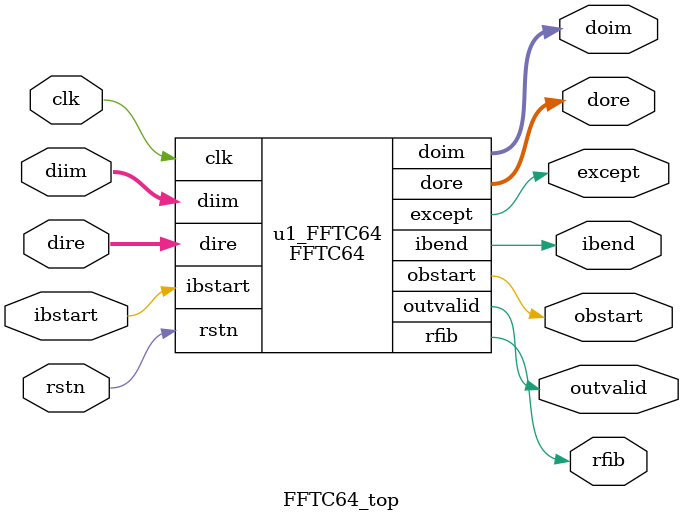
<source format=v>

`define     DEVICE_XP2

`define     DEVICE_FAMILY        "XP2"

`define     USE_HARDMAC
`define     NUM_POINTS           64
`define     MODE_FORWARD
`define     SFACT_RS111
`define     DIN_WIDTH            9
`define     DATA_WIDTH           9
`define     DOUT_WIDTH           9
`define     DATA_WIDTH2          18
`define     TWID_WIDTH           9
`define     TWID_WIDTH2          18
`define     ADDER_PIPELINE       0
`define     TRUNCATE



`define     NUM_POINTS_64
`define     NBY4                 16
`define     SFACT_WIDTH          12
`define     LOG2_N               6
`define     LOG2_NBY2            5
`define     LOG2_NBY4            4
`define     NUM_STAGES           6
`define     STAGE_WIDTH          3
`define     NFFT_WIDTH           3
`define     WR_LATENCY           9
`define     HMAC_NON36
`define     BE_PL_DEPTH           3
`define     OUTVALID_SEL

// FFTC64_beh_all.v generated by Lattice IP Model Creator version 1
// created on Fri Oct 22 10:11:48 CST 2010
// Copyright(c) 2007 Lattice Semiconductor Corporation. All rights reserved
// obfuscator_exe unlicensed version 1.20aug2009
// top
`ifdef HP_FFT
                                                                                          
`timescale 1 ns / 100 ps
module ls1e5c2_FFTC64 (
            clk,       
            rstn,      
            vkb84a0,   
            rtc2502,   
            mt12817,     
            hd940bd,    
            tja05ef,    
            sj2f7f,    
            qv17bfc,    
            lsbdfe5, 
            qgeff2b,    
            yx7f959,    
            pffcacc,       
            wwe5667,       
            ou2b339,  
            cm599c8,  
            encce40, 
            os67205,  
            an39028,
            fnc8144,      
            vv40a26, 
            qi5137,       
            bn289b8,     
            en44dc6       
            );
parameter pdyn_points    = 0;
parameter plog2_points   = 4;
parameter twb8d6f    = 0;
parameter enc6b7b   = 16;
parameter hq35bdc   = 3;
parameter hqadee3     = 1;
parameter ptwid_widthr   = 16;
parameter xj7b8d4   = 4;
parameter rounding_method= 1;
parameter pfe3535      = 0;
parameter gq1a9ae     = 0;
parameter med4d71 = "ECP";
parameter phard_mac      = 1;
parameter pscale_reg     = 0;
parameter ptrunc_laststgs= 0;
parameter vv7105c   = 0;
localparam ks882e6 = 2*enc6b7b;
localparam ngb984  = enc6b7b+1;
localparam vve6110 = 2*ptwid_widthr;
localparam db84433= 1;
localparam bn2219e = (pfe3535==3)?2:((pfe3535==0)?pfe3535:(3-pfe3535));
localparam zxf60e7 = (enc6b7b>18 && ptwid_widthr>18) ? 5 : (enc6b7b>18 || ptwid_widthr>18) ? 4 : 3;
localparam fc3fcb5 = med4d71=="ECP3" ? (phard_mac==1 ? zxf60e7 : 3) : 3;
input                        clk;
input                        rstn;
input                        vkb84a0;
input                        rtc2502;
input  [plog2_points-1:0]    mt12817;
input                        hd940bd;
input                        sj2f7f;
input                        qgeff2b;
input                        encce40;
input                        ou2b339;
input                        cm599c8;
input                        lsbdfe5;
input  [ks882e6-1:0]    yx7f959;
input  [ks882e6-1:0]    pffcacc;
input  [vve6110-1:0]    wwe5667;
output                       fnc8144;
output                       an39028;
output                       vv40a26;
output                       qi5137;
output                       os67205;
output                       tja05ef;
output                       qv17bfc;
output [xj7b8d4-1:0]    bn289b8;
output [ks882e6-1:0]    en44dc6;
reg    [ks882e6-1:0]    en44dc6;
reg    [ks882e6-1:0]    ks3b5bf;
reg    [ks882e6-1:0]    mrd6fcb;
reg    [ks882e6-1:0]    phbf2ea;
reg    [ks882e6-1:0]    uicbabe;
wire   [xj7b8d4-1:0]    bn289b8;
wire   [ptwid_widthr-1:0]    wlbe0cb;
wire   [ptwid_widthr-1:0]    zm832e8;
wire   [enc6b7b-1:0]    iccba1f;
wire   [enc6b7b-1:0]    yxe87c3;
wire                         ic43e1d;
wire   [enc6b7b-1:0]    gbf8740;
wire   [enc6b7b-1:0]    cb1d024;
reg    [enc6b7b-1:0]    nr4092d;
reg    [enc6b7b-1:0]    sw24b7b;
wire   [enc6b7b-1:0]    hd2dec2;
wire   [enc6b7b-1:0]    xj7b0b4;
reg    [enc6b7b-1:0]    dzc2d3f;
reg    [enc6b7b-1:0]    wlb4ff7;
wire   [enc6b7b-1:0]    xy3fdeb;
wire   [enc6b7b-1:0]    shf7ad2;
wire   [enc6b7b-1:0]    dmeb4a2;
wire   [enc6b7b-1:0]    bld2896;
wire   [enc6b7b-1:0]    pua25bf;
wire   [enc6b7b-1:0]    zm96fd5;
wire   [enc6b7b-1:0]    phbf55a;
wire   [enc6b7b-1:0]    xwd56b8;
reg    [enc6b7b-1:0]    vv5ae1c;
reg    [enc6b7b-1:0]    xyb873e;
reg    [enc6b7b-1:0]    zz1cf94;
reg    [enc6b7b-1:0]    qi3e535;
wire   [ngb984-1:0]     xl94d4c;
wire   [ngb984-1:0]     xy35331;
wire   [ngb984-1:0]     ui4cc50;
wire   [ngb984-1:0]     qi3140a;
wire   [ngb984-1:0]     vv50285;
wire   [ngb984-1:0]     iea17e;
wire   [ngb984-1:0]     mt85f8e;
wire   [ngb984-1:0]     dz7e3ab;
wire   [ngb984:0]       tj8eafb;
wire   [ngb984:0]       qvabef4;
wire   [ngb984:0]       fafbd2e;
wire   [ngb984:0]       psf4b91;
wire   [enc6b7b-1:0]    co2e45e;
wire   [enc6b7b-1:0]    hd91781;
wire   [enc6b7b-1:0]    cz5e07e;
wire   [enc6b7b-1:0]    rv81fa0;
wire   [enc6b7b-1:0]    jp7e838;
wire   [enc6b7b-1:0]    dba0e32;
wire   [ks882e6-1:0]    fp38cb5;
wire   [enc6b7b-1:0]    bn32d7d;
wire   [enc6b7b-1:0]    tjb5f73;
wire   [ks882e6-1:0]    go7dcff;
reg    [ks882e6-1:0]    tu73fca;
wire   [ks882e6-1:0]    kqff295;
reg   [ks882e6-1:0]     neca54e;
wire   [hq35bdc-1:0]    ir9539b;
wire   [hq35bdc-1:0]    gb4e6e8;
wire   [hq35bdc-1:0]    tj9ba2b;
wire                         pfdd15f;
wire                         ipe8aff;
wire   [plog2_points-1:0]    uk2bfe6;
wire                         fn5ff31;
wire                         eaff98f;
wire                         ldfcc78;
wire                         the63c7;
wire                         mg31e3e;
wire                         wl8f1f1;
reg                          vv40a26;
reg                          zxc7c69;
reg                          an39028;
wire                         vif1a71;
reg                          ou8d38b;
                                                                                          
                                                                     
                                                                        
            always @(negedge rstn or posedge clk) begin         if (rstn==1'b0) begin            vv5ae1c <= 'b0;            xyb873e <= 'b0;            zz1cf94 <= 'b0;            qi3e535 <= 'b0;            ou8d38b     <= 1'b0;         end         else begin            vv5ae1c <= xy3fdeb;            xyb873e <= shf7ad2;            zz1cf94 <= dmeb4a2;            qi3e535 <= bld2896;            ou8d38b     <= ipe8aff;         end      end
      generate         if ((twb8d6f==(plog2_points-2))&&(pdyn_points==1)) begin            assign pua25bf = xy3fdeb;            assign zm96fd5 = shf7ad2;            assign phbf55a = dmeb4a2;            assign xwd56b8 = bld2896;         end         else if (twb8d6f==(plog2_points-1)) begin            assign pua25bf = xy3fdeb;            assign zm96fd5 = shf7ad2;            assign phbf55a = dmeb4a2;            assign xwd56b8 = bld2896;         end         else if (pscale_reg==1) begin            assign pua25bf = vv5ae1c;            assign zm96fd5 = xyb873e;            assign phbf55a = zz1cf94;            assign xwd56b8 = qi3e535;         end         else begin            assign pua25bf = xy3fdeb;            assign zm96fd5 = shf7ad2;            assign phbf55a = dmeb4a2;            assign xwd56b8 = bld2896;         end      endgenerate
            generate         if (pdyn_points==1) begin            if ((twb8d6f%2==0)&&(twb8d6f!=0)&&(hqadee3==2)) begin                assign fn5ff31 = (hd940bd &(~qgeff2b)) | (vkb84a0 & qgeff2b) ;               assign eaff98f = (sj2f7f &(~qgeff2b)) | (rtc2502 & qgeff2b) ;               always @(negedge rstn or posedge clk) begin                  if (rstn==1'b0) begin                     dzc2d3f <= 'b0;                     wlb4ff7 <= 'b0;                  end                  else begin                     dzc2d3f <= qgeff2b ? yx7f959[ks882e6-1:enc6b7b] : hd2dec2;                     wlb4ff7 <= qgeff2b ? yx7f959[enc6b7b-1:0] : xj7b0b4;                  end               end               assign xy3fdeb = dzc2d3f;               assign shf7ad2 = wlb4ff7;            end            else if ((twb8d6f%2==0)&&(twb8d6f!=0)&&(hqadee3==1)) begin                assign fn5ff31 = (hd940bd &(~qgeff2b)) | (vkb84a0 & qgeff2b) ;               assign eaff98f = (sj2f7f &(~qgeff2b)) | (rtc2502 & qgeff2b) ;               always @(negedge rstn or posedge clk) begin                  if (rstn==1'b0) begin                     dzc2d3f <= 'b0;                     wlb4ff7 <= 'b0;                  end                  else begin                                                               dzc2d3f <= qgeff2b ? {yx7f959[ks882e6-1],yx7f959[ks882e6-1:enc6b7b+1]} : hd2dec2;                     wlb4ff7 <= qgeff2b ? {yx7f959[enc6b7b-1],yx7f959[enc6b7b-1:1]} : xj7b0b4;                  end               end               assign xy3fdeb = dzc2d3f;               assign shf7ad2 = wlb4ff7;            end            else if (twb8d6f%2==1) begin                assign fn5ff31 = hd940bd  ;               assign eaff98f = sj2f7f  ;               assign xy3fdeb = hd2dec2;               assign shf7ad2 = xj7b0b4;            end            else begin               assign fn5ff31 = hd940bd  ;               assign eaff98f = sj2f7f  ;               assign xy3fdeb = hd2dec2;               assign shf7ad2 = xj7b0b4;            end         end         else if ((twb8d6f%2==0)&&(twb8d6f!=0)) begin             assign fn5ff31 = hd940bd  ;            assign eaff98f = sj2f7f  ;            always @(negedge rstn or posedge clk) begin               if (rstn==1'b0) begin                  dzc2d3f <= 'b0;                  wlb4ff7 <= 'b0;               end               else begin                  dzc2d3f <= hd2dec2;                  wlb4ff7 <= xj7b0b4;               end            end            assign xy3fdeb = dzc2d3f;            assign shf7ad2 = wlb4ff7;         end         else begin            assign fn5ff31 = hd940bd  ;            assign eaff98f = sj2f7f  ;            assign xy3fdeb = hd2dec2;            assign shf7ad2 = xj7b0b4;         end      endgenerate
      generate         if ((pdyn_points==1)&&(twb8d6f<(plog2_points-2))) begin            assign gb4e6e8= lsbdfe5 ? {1'b0,uk2bfe6[hq35bdc-2:0]} : uk2bfe6[hq35bdc-1:0];         end         else if ((pdyn_points==0)&&(twb8d6f<(plog2_points-2))) begin            assign gb4e6e8= uk2bfe6;         end      endgenerate
         assign fnc8144     = pfdd15f;
         assign iccba1f = pffcacc[ks882e6-1:enc6b7b];      assign yxe87c3 = pffcacc[enc6b7b-1:0];
         assign wlbe0cb = wwe5667[vve6110-1:ptwid_widthr];      assign zm832e8 = wwe5667[ptwid_widthr-1:0];
         generate            if ((twb8d6f%2==0)&&(twb8d6f!=0))             osf5e4e_FFTC64 # (               .hqadee3(hqadee3),               .pdin_widthr(enc6b7b),               .xj71cad(ptwid_widthr),               .plog2_points      (plog2_points),               .xyadfc4(enc6b7b),               .phard_mac(phard_mac),               .device_family(med4d71)               )            ks15b47 (               .clk(clk),                         .rstn(rstn),                       .ph38443(iccba1f),                 .ri110f7(yxe87c3),                 .wlbe0cb(wlbe0cb),                   .zm832e8(zm832e8),                   .hbd80ed(hd2dec2),                 .ph3b7a(xj7b0b4)                  );         else if (twb8d6f%2==1) begin             assign gbf8740 = ic43e1d ? yxe87c3 : iccba1f;            assign cb1d024 = ic43e1d ? -iccba1f : yxe87c3;            always @(negedge rstn or posedge clk) begin               if (rstn==1'b0) begin                  nr4092d <= 'b0;                  sw24b7b <= 'b0;               end               else begin                  nr4092d <= gbf8740;                  sw24b7b <= cb1d024;               end            end             assign hd2dec2 = nr4092d;             assign xj7b0b4 = sw24b7b;
         end         else begin             assign hd2dec2 = iccba1f;             assign xj7b0b4 = yxe87c3;         end      endgenerate
         assign xl94d4c = {dmeb4a2[enc6b7b-1],dmeb4a2};      assign xy35331 = {bld2896[enc6b7b-1],bld2896};      assign ui4cc50 = {xy3fdeb[enc6b7b-1],xy3fdeb};      assign qi3140a = {shf7ad2[enc6b7b-1],shf7ad2};
         assign vv50285 = xl94d4c + ui4cc50;      assign iea17e = xy35331 + qi3140a;      assign mt85f8e = xl94d4c - ui4cc50;      assign dz7e3ab = xy35331 - qi3140a;
                  generate         if ((twb8d6f%2==0)&&(twb8d6f!=0)&&(hqadee3==1)) begin          pua7955_FFTC64 #(            .twb8d6f       (twb8d6f),            .fc2aae9        (ngb984),            .epaba5f       (enc6b7b),            .fixed_scaling     (hqadee3),            .pdyn_points       (pdyn_points),            .pscale_reg        (pscale_reg),            .ptrunc_laststgs   (ptrunc_laststgs),            .plog2_points      (plog2_points),            .rounding_method   (rounding_method))           shfd9c8 (            .clk               (clk),            .rstn              (rstn),            .din               (vv50285),            .cz709f8             (),            .qgeff2b            (qgeff2b),            .except            (ldfcc78),            .dout              (co2e45e)            );
         pua7955_FFTC64 #(            .twb8d6f       (twb8d6f),            .fc2aae9        (ngb984),            .epaba5f       (enc6b7b),            .fixed_scaling     (hqadee3),            .pdyn_points       (pdyn_points),            .pscale_reg        (pscale_reg),            .ptrunc_laststgs   (ptrunc_laststgs),            .plog2_points      (plog2_points),            .rounding_method   (rounding_method))           ec824c5 (            .clk               (clk),            .rstn              (rstn),            .din               (iea17e),            .cz709f8             (),            .qgeff2b            (qgeff2b),            .except            (the63c7),            .dout              (hd91781)            );
         pua7955_FFTC64 #(            .twb8d6f       (twb8d6f),            .fc2aae9        (ngb984),            .epaba5f       (enc6b7b),            .fixed_scaling     (hqadee3),            .pdyn_points       (pdyn_points),            .pscale_reg        (pscale_reg),            .ptrunc_laststgs   (ptrunc_laststgs),            .plog2_points      (plog2_points),            .rounding_method   (rounding_method))           wl80422 (            .clk               (clk),            .rstn              (rstn),            .din               (mt85f8e),            .cz709f8             (),            .qgeff2b            (qgeff2b),            .except            (mg31e3e),            .dout              (cz5e07e)            );
         pua7955_FFTC64 #(            .twb8d6f       (twb8d6f),            .fc2aae9        (ngb984),            .epaba5f       (enc6b7b),            .fixed_scaling     (hqadee3),            .pdyn_points       (pdyn_points),            .pscale_reg        (pscale_reg),            .ptrunc_laststgs   (ptrunc_laststgs),            .plog2_points      (plog2_points),            .rounding_method   (rounding_method))           aab9f03 (            .clk               (clk),            .rstn              (rstn),            .din               (dz7e3ab),            .cz709f8             (),            .qgeff2b            (qgeff2b),            .except            (wl8f1f1),            .dout              (rv81fa0)            );
         end         else begin         yzb4add_FFTC64 #(            .twb8d6f       (twb8d6f),            .fc2aae9        (ngb984),            .epaba5f       (enc6b7b),            .fixed_scaling     (hqadee3),            .pdyn_points       (pdyn_points),            .pscale_reg        (pscale_reg),            .ptrunc_laststgs   (ptrunc_laststgs),            .plog2_points      (plog2_points),            .rounding_method   (rounding_method))           rg5843d (            .clk               (clk),            .rstn              (rstn),            .din               (vv50285),            .cz709f8             (),            .qgeff2b            (qgeff2b),            .except            (ldfcc78),            .dout              (co2e45e)            );
         yzb4add_FFTC64 #(            .twb8d6f       (twb8d6f),            .fc2aae9        (ngb984),            .epaba5f       (enc6b7b),            .fixed_scaling     (hqadee3),            .pdyn_points       (pdyn_points),            .pscale_reg        (pscale_reg),            .ptrunc_laststgs   (ptrunc_laststgs),            .plog2_points      (plog2_points),            .rounding_method   (rounding_method))           fc1b64c (            .clk               (clk),            .rstn              (rstn),            .din               (iea17e),            .cz709f8             (),            .qgeff2b            (qgeff2b),            .except            (the63c7),            .dout              (hd91781)            );         yzb4add_FFTC64 #(            .twb8d6f       (twb8d6f),            .fc2aae9        (ngb984),            .epaba5f       (enc6b7b),            .fixed_scaling     (hqadee3),            .pdyn_points       (pdyn_points),            .pscale_reg        (pscale_reg),            .ptrunc_laststgs   (ptrunc_laststgs),            .plog2_points      (plog2_points),            .rounding_method   (rounding_method))           ofc692e (            .clk               (clk),            .rstn              (rstn),            .din               (mt85f8e),            .cz709f8             (),            .qgeff2b            (qgeff2b),            .except            (mg31e3e),            .dout              (cz5e07e)            );
         yzb4add_FFTC64 #(            .twb8d6f       (twb8d6f),            .fc2aae9        (ngb984),            .epaba5f       (enc6b7b),            .fixed_scaling     (hqadee3),            .pdyn_points       (pdyn_points),            .pscale_reg        (pscale_reg),            .ptrunc_laststgs   (ptrunc_laststgs),            .plog2_points      (plog2_points),            .rounding_method   (rounding_method))           mta4b11 (            .clk               (clk),            .rstn              (rstn),            .din               (dz7e3ab),            .cz709f8             (),            .qgeff2b            (qgeff2b),            .except            (wl8f1f1),            .dout              (rv81fa0)            );
         end      endgenerate
         assign jp7e838 = ipe8aff ? co2e45e : phbf55a;      assign dba0e32 = ipe8aff ? hd91781 : xwd56b8;      assign bn32d7d = ipe8aff ? cz5e07e : pua25bf;      assign tjb5f73 = ipe8aff ? rv81fa0 : zm96fd5;      assign fp38cb5 = {jp7e838,dba0e32};
         assign kqff295 = {bn32d7d,tjb5f73};
      assign dmeb4a2 = go7dcff[ks882e6-1:enc6b7b];      assign bld2896 = go7dcff[enc6b7b-1:0];
      generate      begin         if (twb8d6f==(plog2_points-1)) begin            assign go7dcff = neca54e;         end         else if ((pdyn_points==1)&&(twb8d6f==(plog2_points-2))) begin            always @(negedge rstn or posedge clk) begin               if (rstn==1'b0)                  ks3b5bf <= 'b0;               else                  ks3b5bf <= neca54e;            end            assign go7dcff = lsbdfe5 ? neca54e : ks3b5bf;             end         else if ((pdyn_points==1)&&(twb8d6f==(plog2_points-3))&&(pscale_reg==1)) begin            always @(negedge rstn or posedge clk) begin               if (rstn==1'b0) begin                  ks3b5bf  <= 'b0;                  mrd6fcb <= 'b0;                  phbf2ea <= 'b0;                  uicbabe <= 'b0;                  tu73fca  <= 'b0;               end               else begin                  ks3b5bf  <= neca54e;                  mrd6fcb <= ks3b5bf;                  phbf2ea <= mrd6fcb;                  uicbabe <= phbf2ea;                  tu73fca  <= lsbdfe5 ? kqff295 : ks3b5bf;               end            end            assign go7dcff = tu73fca;         end         else if ((pdyn_points==1)&&(twb8d6f==(plog2_points-3))&&(pscale_reg==0)) begin            always @(negedge rstn or posedge clk) begin               if (rstn==1'b0) begin                  ks3b5bf  <= 'b0;                  mrd6fcb <= 'b0;                  phbf2ea <= 'b0;                  uicbabe <= 'b0;                  tu73fca  <= 'b0;               end               else begin                  ks3b5bf  <= neca54e;                  mrd6fcb <= ks3b5bf;                  phbf2ea <= mrd6fcb;                  uicbabe <= phbf2ea;                  tu73fca  <= lsbdfe5 ? neca54e : mrd6fcb;               end            end            assign go7dcff = tu73fca;         end         else if ((pdyn_points==0)&&(twb8d6f==(plog2_points-2))&&(pscale_reg==1)) begin            assign go7dcff = neca54e;         end         else if ((pdyn_points==0)&&(twb8d6f==(plog2_points-2))&&(pscale_reg==0)) begin            always @(negedge rstn or posedge clk) begin               if (rstn==1'b0)                  ks3b5bf <= 'b0;               else                  ks3b5bf <= neca54e;            end            assign go7dcff = ks3b5bf;         end         else begin            me5334a_FFTC64 #(               .ba99a50(ks882e6),               .ho69416(hq35bdc),               .gq1a9ae(gq1a9ae),               .med4d71(med4d71)               )           qv9fe30 (               .clk(clk),                        .rstn(rstn),                      .pfdd15f(pfdd15f),                    .uk2bfe6(gb4e6e8),                 .neca54e(neca54e),                  .tj9ba2b(tj9ba2b),                    .go7dcff(go7dcff)                 );         end      end      endgenerate
         ea78733_FFTC64 #(         .pdyn_points  (pdyn_points),         .plog2_points (plog2_points),         .twb8d6f  (twb8d6f),         .yz26d41  (hq35bdc),         .xlb506c  (xj7b8d4),         .ip41b33 (bn2219e),         .pscale_reg   (pscale_reg),         .fc3fcb5(fc3fcb5),         .gq1a9ae(gq1a9ae)         )      rg5282c (            .clk(clk),                     .rstn(rstn),                   .mt12817    (mt12817),             .lsbdfe5(lsbdfe5),            .hd940bd(fn5ff31),              .tja05ef(tja05ef),               .sj2f7f(eaff98f),              .qv17bfc(qv17bfc),               .os67205(os67205),            .qi5137(qi5137),                     .ipe8aff(ipe8aff),                   .ic43e1d(ic43e1d),               .pfdd15f(pfdd15f),                 .uk2bfe6(uk2bfe6),                 .tj9ba2b(tj9ba2b),                 .bn289b8(bn289b8)                  );
         always @(posedge clk or negedge rstn) begin         if(rstn==1'b0) begin            en44dc6 <= 'b0;            neca54e <= 'b0;         end         else begin            en44dc6 <= fp38cb5;            neca54e <= kqff295;         end      end
      generate         if (twb8d6f==(plog2_points-1)) begin            assign vif1a71 = fn5ff31;         end         else  begin            assign vif1a71 = encce40;         end      endgenerate      generate         if ((pdyn_points==1)&&(vv7105c==1)) begin            always @(posedge clk or negedge rstn) begin               if(rstn==1'b0) begin                  an39028 <= 1'b1;               end               else begin                                    if (((vif1a71)||(cm599c8))&&(an39028==ou2b339))                     an39028 <= ~an39028;               end            end
            always @(posedge clk or negedge rstn) begin               if(rstn==1'b0) begin                  zxc7c69 <= 1'b0;               end               else begin                                                      if (((vif1a71)||(cm599c8))&&(an39028==ou2b339))                     zxc7c69 <= 1'b0;                                    else if (ou8d38b)                     zxc7c69 <= zxc7c69 | ldfcc78 | the63c7 | mg31e3e | wl8f1f1;               end            end
            always @(posedge clk or negedge rstn) begin               if(rstn==1'b0) begin                  vv40a26 <= 1'b0;               end               else begin                                                      if (((vif1a71)||(cm599c8))&&(an39028==ou2b339))                     vv40a26 <= 1'b0;                  else if (an39028==ou2b339)                     vv40a26 <= zxc7c69;               end            end
         end         else if ((pdyn_points==0)&&(vv7105c==1)) begin
                     always @(posedge clk or negedge rstn) begin               if(rstn==1'b0) begin                  an39028 <= 1'b1;               end               else begin                  if (vif1a71)                     an39028 <= ~an39028;               end            end
            always @(posedge clk or negedge rstn) begin               if(rstn==1'b0) begin                  zxc7c69 <= 1'b0;               end               else begin                  if (vif1a71)                     zxc7c69 <= 1'b0;                                    else if (ou8d38b)                     zxc7c69 <= zxc7c69 | ldfcc78 | the63c7 | mg31e3e | wl8f1f1;               end            end
            always @(posedge clk or negedge rstn) begin               if(rstn==1'b0) begin                  vv40a26 <= 1'b0;               end               else begin                  if (vif1a71)                     vv40a26 <= 1'b0;                  else if (an39028==ou2b339)                     vv40a26 <= zxc7c69;               end            end
         end         else begin            always @(posedge clk or negedge rstn) begin               if(rstn==1'b0) begin                  vv40a26 <= 1'b0;               end               else begin                  if (vif1a71)                     vv40a26 <= 1'b0;                                    else if (ou8d38b)                     vv40a26 <= vv40a26 | ldfcc78 | the63c7 | mg31e3e | wl8f1f1;               end            end        end     endgenerate
   endmodule                                                                                             
`timescale 1 ns / 100 ps
module me68523_FFTC64 (
            clk,       
            rstn,      
            vkb84a0,   
            rtc2502,   
            mt12817,     
            hd940bd,    
            tja05ef,    
            sj2f7f,    
            aaacedc,    
            qv17bfc,    
            lsbdfe5, 
            qgeff2b,    
            yx7f959,    
            pffcacc,       
            wwe5667,       
            ou2b339,  
            cm599c8,  
            encce40, 
            os67205,  
            an39028,
            fnc8144,      
            vv40a26, 
            qi5137,       
            bn289b8,     
            en44dc6       
            );
parameter pdyn_points    = 0;
parameter plog2_points   = 10;
parameter twb8d6f    = 0;
parameter enc6b7b   = 16;
parameter hq35bdc   = 3;
parameter hqadee3     = 1;
parameter ptwid_widthr   = 16;
parameter xj7b8d4   = 4;
parameter rounding_method= 1;
parameter pfe3535      = 0;
parameter gq1a9ae     = 0;
parameter med4d71 = "ECP";
parameter phard_mac      = 1;
parameter xyadfc4  = 16;
parameter pscale_reg     = 0;
parameter ptrunc_laststgs= 0;
parameter vv7105c   = 0;
localparam ks882e6 = 2*enc6b7b;
localparam ngb984  = enc6b7b+1;
localparam vve6110 = 2*ptwid_widthr;
localparam db84433= 1;
localparam wje829b= 2*ngb984;
localparam bn2219e = (pfe3535==3)?2:((pfe3535==0)?pfe3535:(3-pfe3535));
localparam pf611f7 = xyadfc4+plog2_points;
localparam ie3efea = (xyadfc4==enc6b7b)?enc6b7b:pf611f7;
localparam zxf60e7 = (ie3efea>18 && ptwid_widthr>18) ? 5 : (ie3efea>18 || ptwid_widthr>18) ? 4 : 3;
localparam fc3fcb5 = med4d71=="ECP3" ? (phard_mac==1 ? zxf60e7 : 3) : 3;
input                        clk;
input                        rstn;
input                        vkb84a0;
input                        rtc2502;
input  [plog2_points-1:0]    mt12817;
input                        hd940bd;
input                        sj2f7f;
input                        qgeff2b;
input                        encce40;
input                        ou2b339;
input                        cm599c8;
input                        lsbdfe5;
input  [ks882e6-1:0]    yx7f959;
input  [ks882e6-1:0]    pffcacc;
input  [vve6110-1:0]    wwe5667;
input  [1:0]                 aaacedc;
output                       fnc8144;
output                       an39028;
output                       vv40a26;
output                       qi5137;
output                       os67205;
output                       tja05ef;
output                       qv17bfc;
output [xj7b8d4-1:0]    bn289b8;
output [wje829b-1:0]   en44dc6;
reg    [ngb984-1:0]     fcb8586;
reg    [ngb984-1:0]     zz16196;
reg    [ngb984-1:0]     ba865b7;
reg    [ngb984-1:0]     pu96dde;
reg    [wje829b-1:0]   en44dc6;
reg    [wje829b-1:0]   ks3b5bf;
reg    [wje829b-1:0]   mrd6fcb;
reg    [wje829b-1:0]   phbf2ea;
reg    [wje829b-1:0]   uicbabe;
wire   [xj7b8d4-1:0]    bn289b8;
wire   [ptwid_widthr-1:0]    wlbe0cb;
wire   [ptwid_widthr-1:0]    zm832e8;
wire   [enc6b7b-1:0]    iccba1f;
wire   [enc6b7b-1:0]    yxe87c3;
wire                         ic43e1d;
wire   [enc6b7b-1:0]    gbf8740;
wire   [enc6b7b-1:0]    cb1d024;
reg    [enc6b7b-1:0]    nr4092d;
reg    [enc6b7b-1:0]    sw24b7b;
wire   [enc6b7b-1:0]    hd2dec2;
wire   [enc6b7b-1:0]    xj7b0b4;
reg    [enc6b7b-1:0]    dzc2d3f;
reg    [enc6b7b-1:0]    wlb4ff7;
wire   [enc6b7b-1:0]    xy3fdeb;
wire   [enc6b7b-1:0]    shf7ad2;
wire   [ngb984-1:0]     dmeb4a2;
wire   [ngb984-1:0]     bld2896;
wire   [ngb984-1:0]     jp4f44a;
wire   [ngb984-1:0]     med12bd;
wire   [ngb984-1:0]     phbf55a;
wire   [ngb984-1:0]     xwd56b8;
reg    [ngb984-1:0]     jp4acd7;
reg    [ngb984-1:0]     swb35f0;
reg    [ngb984-1:0]     zz1cf94;
reg    [ngb984-1:0]     qi3e535;
wire   [ngb984-1:0]     xl94d4c;
wire   [ngb984-1:0]     xy35331;
wire   [ngb984-1:0]     ui4cc50;
wire   [ngb984-1:0]     qi3140a;
wire   [ngb984-1:0]     vv50285;
wire   [ngb984-1:0]     iea17e;
wire   [ngb984-1:0]     mt85f8e;
wire   [ngb984-1:0]     dz7e3ab;
wire   [ngb984:0]       tj8eafb;
wire   [ngb984:0]       qvabef4;
wire   [ngb984:0]       fafbd2e;
wire   [ngb984:0]       psf4b91;
wire   [ngb984-1:0]     co2e45e;
wire   [ngb984-1:0]     hd91781;
wire   [ngb984-1:0]     cz5e07e;
wire   [ngb984-1:0]     rv81fa0;
wire   [ngb984-1:0]     jp7e838;
wire   [ngb984-1:0]     dba0e32;
wire   [wje829b-1:0]   fp38cb5;
wire   [ngb984-1:0]     bn32d7d;
wire   [ngb984-1:0]     tjb5f73;
wire   [wje829b-1:0]   go7dcff;
reg    [wje829b-1:0]   tu73fca;
wire   [wje829b-1:0]   kqff295;
reg    [wje829b-1:0]   neca54e;
wire   [hq35bdc-1:0]    ir9539b;
wire   [hq35bdc-1:0]    gb4e6e8;
wire   [hq35bdc-1:0]    tj9ba2b;
wire                         pfdd15f;
wire                         ipe8aff;
wire   [plog2_points-1:0]    uk2bfe6;
wire                         fn5ff31;
wire                         eaff98f;
reg	[1:0]	bl5f6cf;
wire	[1:0]	vifb67e;
wire                         ldfcc78;
wire                         the63c7;
wire                         mg31e3e;
wire                         wl8f1f1;
reg                          vv40a26;
reg                          zxc7c69;
reg                          an39028;
wire                         vif1a71;
reg                          ou8d38b;
reg   [ngb984:0]        wjf81ef;
reg   [ngb984:0]        ir7be3;
reg   [ngb984:0]        wwef8e7;
reg   [ngb984:0]        ble39ca;
                                                                                          
                                                                                       
                                                                        
                  always @(negedge rstn or posedge clk) begin         if (rstn==1'b0) begin            jp4acd7 <= 'b0;            swb35f0 <= 'b0;            zz1cf94 <= 'b0;            qi3e535 <= 'b0;            ou8d38b     <= 1'b0;            wjf81ef <= 'b0;            ir7be3 <= 'b0;            wwef8e7 <= 'b0;            ble39ca <= 'b0;
         end         else begin            jp4acd7 <= ui4cc50;            swb35f0 <= qi3140a;            zz1cf94 <= dmeb4a2;            qi3e535 <= bld2896;            ou8d38b     <= ipe8aff;            wjf81ef <= tj8eafb;            ir7be3 <= qvabef4;            wwef8e7 <= fafbd2e;            ble39ca <= psf4b91;
         end      end
      generate         if ((twb8d6f==(plog2_points-2))&&(pdyn_points==1)) begin            assign jp4f44a = ui4cc50;            assign med12bd = qi3140a;            assign phbf55a = dmeb4a2;            assign xwd56b8 = bld2896;         end         else if (twb8d6f==(plog2_points-1)) begin            assign jp4f44a = ui4cc50;            assign med12bd = qi3140a;            assign phbf55a = dmeb4a2;            assign xwd56b8 = bld2896;         end         else if (pscale_reg==1) begin            assign jp4f44a = jp4acd7;            assign med12bd = swb35f0;            assign phbf55a = zz1cf94;            assign xwd56b8 = qi3e535;         end         else begin            assign jp4f44a = ui4cc50;            assign med12bd = qi3140a;            assign phbf55a = dmeb4a2;            assign xwd56b8 = bld2896;         end      endgenerate
      generate         if (pdyn_points==1) begin            if ((twb8d6f%2==0)&&(twb8d6f!=0)) begin                assign fn5ff31 = (hd940bd &(~qgeff2b)) | (vkb84a0 & qgeff2b) ;               assign eaff98f = (sj2f7f &(~qgeff2b)) | (rtc2502 & qgeff2b) ;               always @(negedge rstn or posedge clk) begin                  if (rstn==1'b0) begin                     dzc2d3f <= 'b0;                     wlb4ff7 <= 'b0;                  end                  else begin                                                               dzc2d3f <= qgeff2b ? {yx7f959[ks882e6-1],yx7f959[ks882e6-1:enc6b7b+1]} : hd2dec2;                     wlb4ff7 <= qgeff2b ? {yx7f959[enc6b7b-1],yx7f959[enc6b7b-1:1]} : xj7b0b4;
                  end               end               assign xy3fdeb = dzc2d3f;               assign shf7ad2 = wlb4ff7;
               always@(posedge clk or negedge rstn) begin	if(rstn==1'b0)	bl5f6cf<=0;	else	bl5f6cf <= aaacedc;               end               assign vifb67e = qgeff2b ? bl5f6cf : aaacedc;
            end            else if (twb8d6f%2==1) begin                assign fn5ff31 = hd940bd  ;               assign eaff98f = sj2f7f  ;               assign xy3fdeb = hd2dec2;               assign shf7ad2 = xj7b0b4;               assign vifb67e = aaacedc;            end            else begin               assign fn5ff31 = hd940bd  ;               assign eaff98f = sj2f7f  ;               assign xy3fdeb = hd2dec2;               assign shf7ad2 = xj7b0b4;               assign vifb67e=aaacedc;            end         end         else if ((twb8d6f%2==0)&&(twb8d6f!=0)) begin             assign fn5ff31 = hd940bd  ;            assign eaff98f = sj2f7f  ;            always @(negedge rstn or posedge clk) begin               if (rstn==1'b0) begin                  dzc2d3f <= 'b0;                  wlb4ff7 <= 'b0;               end               else begin                  dzc2d3f <= hd2dec2;                  wlb4ff7 <= xj7b0b4;               end            end            assign xy3fdeb = dzc2d3f;            assign shf7ad2 = wlb4ff7;
            assign vifb67e=aaacedc;         end         else begin            assign fn5ff31 = hd940bd  ;            assign eaff98f = sj2f7f  ;            assign xy3fdeb = hd2dec2;            assign shf7ad2 = xj7b0b4;
            assign vifb67e=aaacedc;         end      endgenerate
      generate         if ((pdyn_points==1)&&(twb8d6f<(plog2_points-2))) begin            assign gb4e6e8= lsbdfe5 ? {1'b0,uk2bfe6[hq35bdc-2:0]} : uk2bfe6[hq35bdc-1:0];         end         else if ((pdyn_points==0)&&(twb8d6f<(plog2_points-2))) begin            assign gb4e6e8= uk2bfe6;         end      endgenerate
         assign fnc8144     = pfdd15f;
         assign iccba1f = pffcacc[ks882e6-1:enc6b7b];      assign yxe87c3 = pffcacc[enc6b7b-1:0];
         assign wlbe0cb = wwe5667[vve6110-1:ptwid_widthr];      assign zm832e8 = wwe5667[ptwid_widthr-1:0];
         generate            if ((twb8d6f%2==0)&&(twb8d6f!=0))             osf5e4e_FFTC64 # (               .hqadee3(hqadee3),               .pdin_widthr(enc6b7b),               .xj71cad(ptwid_widthr),               .plog2_points (plog2_points),               .xyadfc4(xyadfc4),               .phard_mac(phard_mac),               .device_family(med4d71)               )            ks15b47 (               .clk(clk),                         .rstn(rstn),                       .ph38443(iccba1f),                 .ri110f7(yxe87c3),                 .wlbe0cb(wlbe0cb),                   .zm832e8(zm832e8),                   .hbd80ed(hd2dec2),                 .ph3b7a(xj7b0b4)                  );         else if (twb8d6f%2==1) begin             assign gbf8740 = ic43e1d ? yxe87c3 : iccba1f;            assign cb1d024 = ic43e1d ? -iccba1f : yxe87c3;            always @(negedge rstn or posedge clk) begin               if (rstn==1'b0) begin                  nr4092d <= 'b0;                  sw24b7b <= 'b0;               end               else begin                  nr4092d <= gbf8740;                  sw24b7b <= cb1d024;               end            end             assign hd2dec2 = nr4092d;             assign xj7b0b4 = sw24b7b;
         end         else begin             assign hd2dec2 = iccba1f;             assign xj7b0b4 = yxe87c3;         end      endgenerate
         assign xl94d4c = dmeb4a2;      assign xy35331 = bld2896;      assign ui4cc50 = {xy3fdeb[enc6b7b-1],xy3fdeb};      assign qi3140a = {shf7ad2[enc6b7b-1],shf7ad2};
         assign vv50285 = xl94d4c + ui4cc50;      assign iea17e = xy35331 + qi3140a;      assign mt85f8e = xl94d4c - ui4cc50;      assign dz7e3ab = xy35331 - qi3140a;
               assign tj8eafb = {vv50285[ngb984-1],vv50285};      assign qvabef4 = {iea17e[ngb984-1],iea17e};      assign fafbd2e = {mt85f8e[ngb984-1],mt85f8e};      assign psf4b91 = {dz7e3ab[ngb984-1],dz7e3ab};
            generate         if((hqadee3==3)&&(twb8d6f%2==0)&&(twb8d6f!=0)) begin                   pua7955_FFTC64 #(            .twb8d6f       (twb8d6f),            .fc2aae9        (ngb984+1),            .epaba5f       (ngb984),            .fixed_scaling     (hqadee3),            .pdyn_points       (pdyn_points),            .pscale_reg        (pscale_reg),            .ptrunc_laststgs   (ptrunc_laststgs),            .plog2_points      (plog2_points),            .rounding_method   (rounding_method))           shfd9c8 (            .clk               (clk),            .rstn              (rstn),            .din               (tj8eafb),            .cz709f8             (vifb67e),            .qgeff2b            (qgeff2b),            .except            (ldfcc78),            .dout              (co2e45e)            );         pua7955_FFTC64 #(            .twb8d6f       (twb8d6f),            .fc2aae9        (ngb984+1),            .epaba5f       (ngb984),            .fixed_scaling     (hqadee3),            .pdyn_points       (pdyn_points),            .pscale_reg        (pscale_reg),            .ptrunc_laststgs   (ptrunc_laststgs),            .plog2_points      (plog2_points),            .rounding_method   (rounding_method))           ec824c5 (            .clk               (clk),            .rstn              (rstn),            .din               (qvabef4),            .cz709f8             (vifb67e),            .qgeff2b            (qgeff2b),            .except            (the63c7),            .dout              (hd91781)            );         pua7955_FFTC64 #(            .twb8d6f       (twb8d6f),            .fc2aae9        (ngb984+1),            .epaba5f       (ngb984),            .fixed_scaling     (hqadee3),            .pdyn_points       (pdyn_points),            .pscale_reg        (pscale_reg),            .ptrunc_laststgs   (ptrunc_laststgs),            .plog2_points      (plog2_points),            .rounding_method   (rounding_method))           wl80422 (            .clk               (clk),            .rstn              (rstn),            .din               (fafbd2e),            .cz709f8             (vifb67e),            .qgeff2b            (qgeff2b),            .except            (mg31e3e),            .dout              (cz5e07e)            );         pua7955_FFTC64 #(            .twb8d6f       (twb8d6f),            .fc2aae9        (ngb984+1),            .epaba5f       (ngb984),            .fixed_scaling     (hqadee3),            .pdyn_points       (pdyn_points),            .pscale_reg        (pscale_reg),            .ptrunc_laststgs   (ptrunc_laststgs),            .plog2_points      (plog2_points),            .rounding_method   (rounding_method))           aab9f03 (            .clk               (clk),            .rstn              (rstn),            .din               (psf4b91),            .cz709f8             (vifb67e),            .qgeff2b            (qgeff2b),            .except            (wl8f1f1),            .dout              (rv81fa0)            );
         end         else if (hqadee3==3) begin          yzb4add_FFTC64 #(            .twb8d6f       (twb8d6f),            .fc2aae9        (ngb984+1),            .epaba5f       (ngb984),            .fixed_scaling     (hqadee3),            .pdyn_points       (pdyn_points),            .pscale_reg        (pscale_reg),            .ptrunc_laststgs   (ptrunc_laststgs),            .plog2_points      (plog2_points),            .rounding_method   (rounding_method))           rg5843d (            .clk               (clk),            .rstn              (rstn),            .din               (tj8eafb),            .cz709f8             (vifb67e),            .qgeff2b            (qgeff2b),            .except            (ldfcc78),            .dout              (co2e45e)            );         yzb4add_FFTC64 #(            .twb8d6f       (twb8d6f),            .fc2aae9        (ngb984+1),            .epaba5f       (ngb984),            .fixed_scaling     (hqadee3),            .pdyn_points       (pdyn_points),            .pscale_reg        (pscale_reg),            .ptrunc_laststgs   (ptrunc_laststgs),            .plog2_points      (plog2_points),            .rounding_method   (rounding_method))           fc1b64c (            .clk               (clk),            .rstn              (rstn),            .din               (qvabef4),            .cz709f8             (vifb67e),            .qgeff2b            (qgeff2b),            .except            (the63c7),            .dout              (hd91781)            );         yzb4add_FFTC64 #(            .twb8d6f       (twb8d6f),            .fc2aae9        (ngb984+1),            .epaba5f       (ngb984),            .fixed_scaling     (hqadee3),            .pdyn_points       (pdyn_points),            .pscale_reg        (pscale_reg),            .ptrunc_laststgs   (ptrunc_laststgs),            .plog2_points      (plog2_points),            .rounding_method   (rounding_method))           ofc692e (            .clk               (clk),            .rstn              (rstn),            .din               (fafbd2e),            .cz709f8             (vifb67e),            .qgeff2b            (qgeff2b),            .except            (mg31e3e),            .dout              (cz5e07e)            );         yzb4add_FFTC64 #(            .twb8d6f       (twb8d6f),            .fc2aae9        (ngb984+1),            .epaba5f       (ngb984),            .fixed_scaling     (hqadee3),            .pdyn_points       (pdyn_points),            .pscale_reg        (pscale_reg),            .ptrunc_laststgs   (ptrunc_laststgs),            .plog2_points      (plog2_points),            .rounding_method   (rounding_method))           mta4b11 (            .clk               (clk),            .rstn              (rstn),            .din               (psf4b91),            .cz709f8             (vifb67e),            .qgeff2b            (qgeff2b),            .except            (wl8f1f1),            .dout              (rv81fa0)            );         end         else if((hqadee3==0)&&(twb8d6f%2==0)&&(twb8d6f!=0)) begin             assign co2e45e = {tj8eafb[ngb984-1],tj8eafb[ngb984-3+hqadee3:hqadee3],1'b0};            assign hd91781 = {qvabef4[ngb984-1],qvabef4[ngb984-3+hqadee3:hqadee3],1'b0};            assign cz5e07e = {fafbd2e[ngb984-1],fafbd2e[ngb984-3+hqadee3:hqadee3],1'b0};            assign rv81fa0 = {psf4b91[ngb984-1],psf4b91[ngb984-3+hqadee3:hqadee3],1'b0};
            assign ldfcc78= ^wjf81ef[ngb984-1:ngb984-2];            assign the63c7= ^ir7be3[ngb984-1:ngb984-2];            assign mg31e3e= ^wwef8e7[ngb984-1:ngb984-2];            assign wl8f1f1= ^ble39ca[ngb984-1:ngb984-2];         end         else if(hqadee3==0) begin             assign co2e45e = tj8eafb[ngb984-1+hqadee3:hqadee3];            assign hd91781 = qvabef4[ngb984-1+hqadee3:hqadee3];            assign cz5e07e = fafbd2e[ngb984-1+hqadee3:hqadee3];            assign rv81fa0 = psf4b91[ngb984-1+hqadee3:hqadee3];            assign ldfcc78= 1'b0;            assign the63c7= 1'b0;            assign mg31e3e= 1'b0;            assign wl8f1f1= 1'b0;         end      endgenerate
         assign jp7e838 = ipe8aff ? co2e45e : phbf55a;      assign dba0e32 = ipe8aff ? hd91781 : xwd56b8;      assign bn32d7d = ipe8aff ? cz5e07e : jp4f44a;      assign tjb5f73 = ipe8aff ? rv81fa0 : med12bd;      assign fp38cb5 = {jp7e838,dba0e32};
         assign kqff295 = {bn32d7d,tjb5f73};
      assign dmeb4a2 = go7dcff[wje829b-1:ngb984];      assign bld2896 = go7dcff[ngb984-1:0];
      generate      begin         if (twb8d6f==(plog2_points-1)) begin            assign go7dcff = neca54e;         end         else if ((pdyn_points==1)&&(twb8d6f==(plog2_points-2))) begin            always @(negedge rstn or posedge clk) begin               if (rstn==1'b0)                  ks3b5bf <= 'b0;               else                  ks3b5bf <= neca54e;            end            assign go7dcff = lsbdfe5 ? neca54e : ks3b5bf;             end         else if ((pdyn_points==1)&&(twb8d6f==(plog2_points-3))&&(pscale_reg==1)) begin            always @(negedge rstn or posedge clk) begin               if (rstn==1'b0) begin                  ks3b5bf  <= 'b0;                  mrd6fcb <= 'b0;                  phbf2ea <= 'b0;                  uicbabe <= 'b0;                  tu73fca  <= 'b0;               end               else begin                  ks3b5bf  <= neca54e;                  mrd6fcb <= ks3b5bf;                  phbf2ea <= mrd6fcb;                  uicbabe <= phbf2ea;                  tu73fca  <= lsbdfe5 ? kqff295 : ks3b5bf;               end            end            assign go7dcff = tu73fca;         end         else if ((pdyn_points==1)&&(twb8d6f==(plog2_points-3))&&(pscale_reg==0)) begin            always @(negedge rstn or posedge clk) begin               if (rstn==1'b0) begin                  ks3b5bf  <= 'b0;                  mrd6fcb <= 'b0;                  phbf2ea <= 'b0;                  uicbabe <= 'b0;                  tu73fca  <= 'b0;               end               else begin                  ks3b5bf  <= neca54e;                  mrd6fcb <= ks3b5bf;                  phbf2ea <= mrd6fcb;                  uicbabe <= phbf2ea;                  tu73fca  <= lsbdfe5 ? neca54e : mrd6fcb;               end            end            assign go7dcff = tu73fca;         end         else if ((pdyn_points==0)&&(twb8d6f==(plog2_points-2))&&(pscale_reg==1)) begin            assign go7dcff = neca54e;         end         else if ((pdyn_points==0)&&(twb8d6f==(plog2_points-2))&&(pscale_reg==0)) begin            always @(negedge rstn or posedge clk) begin               if (rstn==1'b0)                  ks3b5bf <= 'b0;               else                  ks3b5bf <= neca54e;            end            assign go7dcff = ks3b5bf;         end         else begin            me5334a_FFTC64 #(               .ba99a50(wje829b),               .ho69416(hq35bdc),               .gq1a9ae(gq1a9ae),               .med4d71(med4d71)               )           qv9fe30 (               .clk(clk),                        .rstn(rstn),                      .pfdd15f(pfdd15f),                    .uk2bfe6(gb4e6e8),                 .neca54e(neca54e),                  .tj9ba2b(tj9ba2b),                    .go7dcff(go7dcff)                 );         end      end      endgenerate
         ea78733_FFTC64 #(         .pdyn_points  (pdyn_points),         .plog2_points (plog2_points),         .twb8d6f  (twb8d6f),         .yz26d41  (hq35bdc),         .xlb506c  (xj7b8d4),         .ip41b33 (bn2219e),         .pscale_reg   (pscale_reg),         .fc3fcb5(fc3fcb5),         .gq1a9ae(gq1a9ae)         )      rg5282c (            .clk(clk),                     .rstn(rstn),                   .mt12817    (mt12817),             .qi5137(qi5137),                     .lsbdfe5(lsbdfe5),            .hd940bd(fn5ff31),               .tja05ef(tja05ef),               .sj2f7f(eaff98f),               .qv17bfc(qv17bfc),               .os67205(os67205),            .ipe8aff(ipe8aff),                   .ic43e1d(ic43e1d),               .pfdd15f(pfdd15f),                 .uk2bfe6(uk2bfe6),                 .tj9ba2b(tj9ba2b),                 .bn289b8(bn289b8)                  );
         always @(posedge clk or negedge rstn) begin         if(rstn==1'b0) begin            en44dc6 <= 'b0;            neca54e <= 'b0;         end         else begin            en44dc6 <= fp38cb5;            neca54e <= kqff295;         end      end
      generate         if (twb8d6f==(plog2_points-1)) begin            assign vif1a71 = fn5ff31;         end         else  begin            assign vif1a71 = encce40;         end      endgenerate
      generate         if ((pdyn_points==1)&&(vv7105c==1)) begin            always @(posedge clk or negedge rstn) begin               if(rstn==1'b0) begin                  an39028 <= 1'b1;               end               else begin                  if (((vif1a71)||(cm599c8))&&(an39028==ou2b339))                                       an39028 <= ~an39028;               end            end
            always @(posedge clk or negedge rstn) begin               if(rstn==1'b0) begin                  zxc7c69 <= 1'b0;               end               else begin                                                      if (((vif1a71)||(cm599c8))&&(an39028==ou2b339))                     zxc7c69 <= 1'b0;                                    else if (ou8d38b)                     zxc7c69 <= zxc7c69 | ldfcc78 | the63c7 | mg31e3e | wl8f1f1;               end            end
            always @(posedge clk or negedge rstn) begin               if(rstn==1'b0) begin                  vv40a26 <= 1'b0;               end               else begin                                                      if (((vif1a71)||(cm599c8))&&(an39028==ou2b339))                     vv40a26 <= 1'b0;                  else if (an39028==ou2b339)                     vv40a26 <= zxc7c69;               end            end
         end         else if ((pdyn_points==0)&&(vv7105c==1)) begin            always @(posedge clk or negedge rstn) begin               if(rstn==1'b0) begin                  an39028 <= 1'b1;               end               else begin                  if (vif1a71)                     an39028 <= ~an39028;               end            end
            always @(posedge clk or negedge rstn) begin               if(rstn==1'b0) begin                  zxc7c69 <= 1'b0;               end               else begin                  if (vif1a71)                     zxc7c69 <= 1'b0;                                    else if (ou8d38b)                     zxc7c69 <= zxc7c69 | ldfcc78 | the63c7 | mg31e3e | wl8f1f1;               end            end
            always @(posedge clk or negedge rstn) begin               if(rstn==1'b0) begin                  vv40a26 <= 1'b0;               end               else begin                  if (vif1a71)                     vv40a26 <= 1'b0;                  else if (an39028==ou2b339)                     vv40a26 <= zxc7c69;               end            end
         end         else begin            always @(posedge clk or negedge rstn) begin               if(rstn==1'b0) begin                  vv40a26 <= 1'b0;               end               else begin                  if (vif1a71)                     vv40a26 <= 1'b0;                                    else if (ou8d38b)                     vv40a26 <= vv40a26 | ldfcc78 | the63c7 | mg31e3e | wl8f1f1;               end            end        end     endgenerate
   endmodule                                                                                                   
`timescale 1 ns / 100 ps
module me5334a_FFTC64 (
            clk,       
            rstn,      
            pfdd15f,     
            uk2bfe6,     
            neca54e,    
            tj9ba2b,     
            go7dcff    
            );
parameter ba99a50      = 16;
parameter ho69416      = 16;
parameter gq1a9ae     = 1;
parameter med4d71 = "ECP";
localparam kqde610   = 1<<ho69416;
input                      clk;
input                      rstn;
input                      pfdd15f;
input  [ho69416-1:0]     uk2bfe6;
input  [ba99a50-1:0]     neca54e;
input  [ho69416-1:0]     tj9ba2b;
output [ba99a50-1:0]     go7dcff;
reg    [ba99a50-1:0]     uv5be0e;
wire   [ba99a50-1:0]     alf83aa;
wire                       cmc1d54;
wire                       vkeaa1;
reg    [ba99a50-1:0]     phaa854;
                                          assign cmc1d54 = 1'b1;      assign vkeaa1 = 1'b1;
      generate
      if (gq1a9ae==0) begin         pmi_distributed_dpram  #(            .pmi_addr_depth         (kqde610),            .pmi_addr_width         (ho69416),            .pmi_data_width         (ba99a50),            .pmi_regmode            ("reg"),            .pmi_init_file          ("none"),            .pmi_init_file_format   ("binary"),            .pmi_family             (med4d71),            .module_type            ("pmi_distributed_dpram")            )            ea688fd (               .WrAddress   (uk2bfe6),               .Data        (neca54e),               .WrClock     (clk),               .WE          (pfdd15f),               .WrClockEn   (vkeaa1),               .RdAddress   (tj9ba2b),               .RdClock     (clk),               .RdClockEn   (cmc1d54),               .Reset       (~rstn),               .Q           (alf83aa)               );
         assign go7dcff = alf83aa;
      end      else begin         pmi_ram_dp #(            .pmi_wr_addr_depth         (kqde610),            .pmi_wr_addr_width         (ho69416),            .pmi_wr_data_width         (ba99a50),            .pmi_rd_addr_depth         (kqde610),            .pmi_rd_addr_width         (ho69416),            .pmi_rd_data_width         (ba99a50),            .pmi_gsr                   ("disable"),            .pmi_resetmode             ("sync"),            .pmi_init_file             ("none"),            .pmi_init_file_format      ("binary"),            .pmi_regmode               ("reg"),            .pmi_family                (med4d71),            .module_type               ("pmi_ram_dp")            )         ui536e7 (               .WrAddress   (uk2bfe6),               .RdAddress   (tj9ba2b),               .Data        (neca54e),               .RdClock     (clk),               .WrClock     (clk),               .RdClockEn   (cmc1d54),               .WrClockEn   (vkeaa1),               .WE          (pfdd15f),               .Reset       (1'b0),               .Q           (alf83aa)               );
            always @(posedge clk or negedge rstn) begin            if(rstn==1'b0)               uv5be0e <= 'b0;            else               uv5be0e <= alf83aa;         end
         assign go7dcff = uv5be0e;      end
      endgenerate
   endmodule                                                                                          
`timescale 1 ns / 100 ps
module aabcb24_FFTC64 (
              clk,               
              rstn,              
              fft_mode,          
              ec24226,            
              dire,              
              diim,              
              dore,              
              doim               
              ) ;
parameter fc2aae9   = 16;
parameter ls89b60   = 1;
input                      clk;
input                      rstn;
input                      fft_mode ;
input                      ec24226;
input [fc2aae9-1:0]     dire;
input [fc2aae9-1:0]     diim;
output [fc2aae9-1:0]    dore;
output [fc2aae9-1:0]    doim;
reg [fc2aae9-1:0]       dore;
reg [fc2aae9-1:0]       doim;
                        generate          if (ls89b60==1) begin                            always @(posedge clk or negedge rstn)              begin                 if(!rstn)                    doim <= {fc2aae9{1'b0}};                 else begin                    if(ec24226==1'b1)	doim <= fft_mode ? (1'b1 + (~diim)) : diim;                    else	doim <= 'b0;                 end              end
                            always @(posedge clk or negedge rstn)              begin                 if(!rstn) dore <= {fc2aae9{1'b0}};                 else begin                    if(ec24226==1'b1)	dore <= dire; else	dore <= 'b0;                 end              end          end          else begin                              always @(posedge clk or negedge rstn)              begin                 if(!rstn)                    doim <= {fc2aae9{1'b0}};                 else                    doim <= fft_mode ? (1'b1 + (~diim)) : diim;              end
                            always @(posedge clk or negedge rstn)              begin                 if(!rstn)                    dore <= {fc2aae9{1'b0}};                 else dore <= dire;              end          end      endgenerate   endmodule                                                                                             
`timescale 1 ns / 100 ps
module ea78733_FFTC64 (
            clk,       
            rstn,      
            mt12817,     
            lsbdfe5, 
            hd940bd,    
            tja05ef,    
            sj2f7f,    
            qv17bfc,    
            os67205,  
            qi5137,       
            ipe8aff,      
            ic43e1d,    
            pfdd15f,     
            uk2bfe6,     
            tj9ba2b,     
            bn289b8      
            ) ;
parameter pdyn_points  = 0;
parameter plog2_points = 4;
parameter twb8d6f  = 0;
parameter yz26d41  = 4;
parameter xlb506c  = 4;
parameter ip41b33 = 1;
parameter gq1a9ae   = 1;
parameter pscale_reg   = 0;
parameter fc3fcb5 = 3;
localparam rib864c         = (1<<plog2_points)-1;
localparam jr19315      = (1<<yz26d41)-4;
localparam ay4c57d      = (1<<yz26d41)-3;
localparam aa15f41         = (1<<yz26d41)-2;
localparam ic7d047          = (gq1a9ae==0) ? ay4c57d : jr19315;
localparam by47165           = (twb8d6f%2==0)?1:0;
localparam xwc595f          = (twb8d6f%2==1)?1:0;
localparam ip657dc          = (1<<yz26d41);
localparam xj5f729          = (twb8d6f%2==0)?(ip657dc+1):(ip657dc+fc3fcb5);
localparam al4e50c          = ip657dc-6;
localparam nt94328         = plog2_points+1-twb8d6f;
localparam sh651e7        = plog2_points-1-twb8d6f;
localparam qv3cf72         = twb8d6f-2;
localparam tj3dcad     = nt94328  -1;
localparam su72b7a    = sh651e7 -1;
localparam riade84     = qv3cf72  +1;
localparam mr7a114          = (3*ip657dc)-3;
localparam db8452a            = (4*ip657dc)-3;
localparam do14ab7     = (pscale_reg==1) ? (1<<plog2_points)-7 : (1<<plog2_points)-6;
localparam vkb75d9       = (1<<(yz26d41-1));
localparam ldd765e     = ic7d047 - vkb75d9;
localparam iccbdad    = aa15f41 - vkb75d9;
localparam fpb5a2e     = xj5f729 - vkb75d9;
localparam dz45dd8 = xj5f729 - vkb75d9 - 2;
localparam mtbb1c9      = (1<<(yz26d41-1));
localparam xjc726e     = (3*mtbb1c9)-3;
localparam qtc9bbc       = (4*mtbb1c9)-3;
localparam pf6ef2b     = mtbb1c9-6;
input                      clk;
input                      rstn;
input  [plog2_points-1:0]  mt12817;
input                      hd940bd;
input                      sj2f7f;
input                      lsbdfe5;
output                     tja05ef;
output                     qv17bfc;
output                     os67205;
output                     qi5137;
output                     ipe8aff;
output                     ic43e1d;
output                     pfdd15f;
output  [plog2_points-1:0] uk2bfe6;
output  [yz26d41-1:0]  tj9ba2b;
output  [xlb506c-1:0]  bn289b8;
reg     [plog2_points-1:0] hbe306d ;
reg                        wl1836e ;
wire                       qi5137 ;
reg     [yz26d41-1:0]  ui6dd4d ;
reg                        bl6ea68;
wire                       ip75347;
wire                       ksa9a3c;
reg                        xw4d1e0;
reg                        go68f02;
reg     [plog2_points-1:0] ir3c082;
reg     [plog2_points-1:0] bn289b8;
wire    [nt94328+1:0]  ou82869;
wire    [nt94328+1:0]  ira1a43;
reg                        epd21c ;
wire                       lq690e4 ;
reg     [plog2_points-1:0] yk4391a;
reg     [plog2_points-1:0] nee4686;
reg     [plog2_points-1:0] ks1a19c;
wire                       hd940bd;
reg                        zm86702;
reg                        yz33813;
wire                       tja05ef;
wire                       kqe04e3;
wire                       yz2719;
wire                       rv138cd;
reg                        tw9c66f;
reg                        pfe337b;
wire                       sj2f7f;
reg                        jpcdef6;
reg                        en6f7b7;
reg                        dz7bdbc;
reg                        aydede6;
wire                       ipe8aff;
reg                        os67205;
reg                        ksbcc72;
reg                        lde6391;
reg                        aa31c8e;
reg                        ic43e1d;
reg                        ww7238f;
reg                        zz91c79;
wire  [plog2_points-1:0]   jp71e77;
wire  [plog2_points-1:0]   tu79dfd;
wire  [plog2_points-2:0]   ui77f58;
wire  [plog2_points-2:0]   shfd606;
wire  [yz26d41-1:0]    by581a2;
wire  [plog2_points-1:0]   zz689b;
wire  [plog2_points-1:0]   nga26f0;
wire  [yz26d41-1:0]    hd9bc16;
wire  [plog2_points+1:0]   qgf05b8;
wire  [plog2_points+1:0]   xl16e00;
wire  [plog2_points-2:0]   twb803b;
wire                       zkc01da;
wire                       swed2;
wire  [yz26d41+1:0]    ie3b48d;
reg                        tuda469;
                                    
            
                                                                                       generate      begin         if ((pdyn_points==1)&&(twb8d6f<(plog2_points-1))&&(twb8d6f%2==0)&&(twb8d6f!=0)) begin             assign ou82869={1'b0,ir3c082[sh651e7:0],1'b0}+{2'b0,ir3c082[sh651e7:0]};            always @(posedge clk or negedge rstn) begin               if(rstn==1'b0) begin                  ks1a19c <= 'b0;               end               else begin                  case(ir3c082[nt94328:nt94328-1])                     2'b00: ks1a19c <='b0;                      2'b01: ks1a19c <=({ir3c082[sh651e7:0],1'b0})<<qv3cf72;                      2'b10: ks1a19c <=(ir3c082[sh651e7:0])<<qv3cf72;                      2'b11: ks1a19c <=(ou82869)<<qv3cf72;                   endcase               end            end            assign ira1a43={1'b0,ir3c082[su72b7a:0],1'b0}+{2'b0,ir3c082[su72b7a:0]};            always @(posedge clk or negedge rstn) begin               if(rstn==1'b0) begin                  nee4686 <= 'b0;               end               else begin                  case(ir3c082[tj3dcad:tj3dcad-1])                     2'b00: nee4686 <='b0;                      2'b01: nee4686 <=({ir3c082[su72b7a:0],1'b0})<<riade84;                      2'b10: nee4686 <=(ir3c082[su72b7a:0])<<riade84;                      2'b11: nee4686 <=(ira1a43)<<riade84;                   endcase               end            end            always @(*) begin               if (lsbdfe5)                  bn289b8 = nee4686;               else                  bn289b8 = ks1a19c;            end         end         else if ((pdyn_points==1)&&(twb8d6f%2==0)&&(twb8d6f==(plog2_points-1))) begin            assign ou82869={1'b0,ir3c082[sh651e7:0],1'b0}+{2'b0,ir3c082[sh651e7:0]};            always @(posedge clk or negedge rstn) begin               if(rstn==1'b0) begin                  bn289b8 <= 'b0;               end               else begin                  case(ir3c082[nt94328:nt94328-1])                     2'b00: bn289b8 <='b0;                      2'b01: bn289b8 <=({ir3c082[sh651e7:0],1'b0})<<qv3cf72;                      2'b10: bn289b8 <=(ir3c082[sh651e7:0])<<qv3cf72;                      2'b11: bn289b8 <=(ou82869)<<qv3cf72;                   endcase               end            end         end         else if ((pdyn_points==0)&&(twb8d6f%2==0)&&(twb8d6f!=0)) begin            assign ou82869={1'b0,ir3c082[sh651e7:0],1'b0}+{2'b0,ir3c082[sh651e7:0]};            always @(posedge clk or negedge rstn) begin               if(rstn==1'b0) begin                  bn289b8 <= 'b0;               end               else begin                  case(ir3c082[nt94328:nt94328-1])                     2'b00: bn289b8 <='b0;                      2'b01: bn289b8 <=({ir3c082[sh651e7:0],1'b0})<<qv3cf72;                      2'b10: bn289b8 <=(ir3c082[sh651e7:0])<<qv3cf72;                      2'b11: bn289b8 <=(ou82869)<<qv3cf72;                   endcase               end            end         end      end      endgenerate
         generate      begin         if (pdyn_points==1) begin            assign jp71e77     = mt12817;            assign ui77f58      = lsbdfe5 ? ldd765e  :ic7d047 ;            assign shfd606     = lsbdfe5 ? iccbdad :aa15f41 ;            assign zz689b      = lsbdfe5 ? fpb5a2e :xj5f729 ;            assign nga26f0  = lsbdfe5 ? dz45dd8: xj5f729;            assign qgf05b8      = lsbdfe5 ? xjc726e :mr7a114 ;            assign xl16e00        = lsbdfe5 ? qtc9bbc :db8452a ;            assign twb803b      = lsbdfe5 ? pf6ef2b :al4e50c ;            assign zkc01da = hd940bd;            assign swed2 = sj2f7f;         end         else begin            assign jp71e77     = rib864c;            assign ui77f58      = ic7d047;            assign shfd606     = aa15f41;            assign zz689b      = xj5f729;            assign nga26f0  = xj5f729;            assign qgf05b8      = mr7a114 ;            assign xl16e00        = db8452a ;            assign twb803b      = al4e50c ;            assign zkc01da = 1'b0;            assign swed2 = 1'b0;         end      end      endgenerate
      generate      begin         if ((pdyn_points==1)&&(pscale_reg==0)) begin            assign tu79dfd = mt12817 - 5;            assign rv138cd    = lde6391;         end         else if ((pdyn_points==1)&&(pscale_reg==1)) begin            assign tu79dfd = mt12817 - 6;            assign rv138cd    = aa31c8e;         end         else begin            assign tu79dfd = do14ab7 ;            assign rv138cd    = lde6391;         end      end      endgenerate
         generate      begin         if ((pdyn_points==1)&&(yz26d41>1)) begin            assign by581a2      = lsbdfe5 ? uk2bfe6[yz26d41-2:0] :uk2bfe6[yz26d41-1:0] ;            assign hd9bc16  = lsbdfe5 ? {1'b0,ui6dd4d[yz26d41-2:0]} :ui6dd4d ;         end         else if ((pdyn_points==1)&&(yz26d41==1)) begin            assign by581a2      = uk2bfe6[yz26d41-1:0] ;            assign hd9bc16  = lsbdfe5 ? {1'b0,ui6dd4d[yz26d41-1:0]} :ui6dd4d ;         end         else if (pdyn_points==0) begin            assign hd9bc16  = ui6dd4d ;         end      end      endgenerate
         generate      begin         if ((gq1a9ae==0)&&(pscale_reg==0)) begin            always @(posedge clk or negedge rstn) begin               if(rstn==1'b0) begin                  tuda469 <= 1'b0;               end               else begin                  tuda469 <= ((hbe306d==(ui77f58-1))&&(wl1836e)) ? 1'b1 : 1'b0;               end            end         end         else if ((gq1a9ae>0)&&(pscale_reg==0)) begin            always @(posedge clk or negedge rstn) begin               if(rstn==1'b0) begin                  tuda469 <= 1'b0;               end               else begin                  tuda469 <= ((hbe306d==(ui77f58-2))&&(wl1836e)) ? 1'b1 : 1'b0;               end            end         end         else if ((gq1a9ae==0)&&(pscale_reg==1)&&(twb8d6f==(plog2_points-4))&&(pdyn_points==1)) begin            always @(posedge clk or negedge rstn) begin               if(rstn==1'b0) begin                  tuda469 <= 1'b0;               end               else begin                  if (lsbdfe5)                     tuda469 <= hd940bd;                  else                     tuda469 <= ((hbe306d==(ui77f58-2))&&(wl1836e)) ? 1'b1 : 1'b0;               end            end         end         else if ((gq1a9ae==0)&&(pscale_reg==1)&&(twb8d6f==(plog2_points-3))) begin            always @(*) begin                  tuda469 = zm86702;            end         end         else if ((gq1a9ae==0)&&(pscale_reg==1)&&(twb8d6f!=(plog2_points-3))) begin            always @(posedge clk or negedge rstn) begin               if(rstn==1'b0) begin                  tuda469 <= 1'b0;               end               else begin                  tuda469 <= ((hbe306d==(ui77f58-2))&&(wl1836e)) ? 1'b1 : 1'b0;               end            end         end         else if ((gq1a9ae>0)&&(pscale_reg==1)) begin            always @(posedge clk or negedge rstn) begin               if(rstn==1'b0) begin                  tuda469 <= 1'b0;               end               else begin                  tuda469 <= ((hbe306d==(ui77f58-3))&&(wl1836e)) ? 1'b1 : 1'b0;               end            end         end      end      endgenerate
                  always @(posedge clk or negedge rstn) begin         if(rstn==1'b0)            hbe306d <= 'b0;         else if (zkc01da==1'b1)            hbe306d <= 'b0;         else if (wl1836e==1'b1)            hbe306d <= hbe306d+1;      end
         always @(posedge clk or negedge rstn) begin         if(rstn==1'b0)            wl1836e <= 1'b0;         else if (hd940bd==1'b1)            wl1836e <= 1'b1;         else if (qi5137==1'b1)            wl1836e <= 1'b0;      end
         assign qi5137 = (hbe306d==jp71e77)? 1'b1 : 1'b0;
         always @(posedge clk or negedge rstn) begin         if(rstn==1'b0)            ui6dd4d <= 'b0;         else if (ksa9a3c==1'b1)            ui6dd4d <= 'b0;         else if (bl6ea68)            ui6dd4d <= ui6dd4d+1;      end
         always @(posedge clk or negedge rstn) begin         if(rstn==1'b0)            bl6ea68 <= 1'b0;         else if (ksa9a3c==1'b1)            bl6ea68 <= 1'b1;         else if (ip75347==1'b1)            bl6ea68 <= 1'b0;      end
         assign ip75347 = (hd9bc16==jp71e77)? 1'b1 : 1'b0;
         assign ksa9a3c = tuda469;
            generate         if ((twb8d6f%2==0)&&(twb8d6f!=0)) begin                         always @(posedge clk or negedge rstn) begin               if(rstn==1'b0)                  epd21c <= 1'b0;               else if (sj2f7f==1'b1)                  epd21c <= 1'b1;               else if (lq690e4==1'b1)                  epd21c <= 1'b0;            end                        assign lq690e4 = (ir3c082==jp71e77)? 1'b1 : 1'b0;            always @(posedge clk or negedge rstn) begin               if(rstn==1'b0)                  ir3c082 <= 'b0;               else if (swed2==1'b1)                  ir3c082 <= 'b0;               else if (epd21c==1'b1)                  ir3c082 <= ir3c082+1;            end         end      endgenerate
      always @(posedge clk or negedge rstn) begin         if(rstn==1'b0) begin            zm86702  <= 1'b0;            yz33813 <= 1'b0;            aydede6   <= 1'b0;            tw9c66f   <= 1'b0;            pfe337b   <= 1'b0;         end         else begin            zm86702  <= hd940bd;            yz33813 <= zm86702;            aydede6   <= dz7bdbc;            tw9c66f   <= kqe04e3;            pfe337b   <= yz2719;         end      end            always @(posedge clk or negedge rstn) begin         if(rstn==1'b0) begin            ksbcc72  <= 1'b0;            lde6391 <= 1'b0;            aa31c8e <= 1'b0;         end         else  begin            ksbcc72  <= os67205;            lde6391 <= ksbcc72;            aa31c8e <= lde6391;         end      end            always @(posedge clk or negedge rstn) begin         if(rstn==1'b0)            ww7238f <= 1'b0;         else if (hd940bd)            ww7238f <= 1'b1;         else if (rv138cd)            ww7238f <= 1'b0;      end
         generate      begin         if ((pdyn_points==1)&&(twb8d6f==(plog2_points-1))) begin                           assign kqe04e3 = zm86702;         end         else if ((pdyn_points==1)&&(twb8d6f==(plog2_points-2))&&(twb8d6f%2==1)) begin               always @(posedge clk or negedge rstn) begin               if(rstn==1'b0)                  zz91c79 <= 1'b0;               else                  zz91c79 <= lsbdfe5 ? hd940bd: ((hbe306d==(zz689b)) ? 1'b1 : 1'b0);            end            assign kqe04e3 = lsbdfe5 ? zm86702: ((hbe306d==(zz689b+1)) ? 1'b1 : 1'b0);                     end         else if ((pdyn_points==1)&&(twb8d6f==(plog2_points-2))) begin               always @(posedge clk or negedge rstn) begin               if(rstn==1'b0)                  zz91c79 <= 1'b0;               else                  zz91c79 <= lsbdfe5 ? hd940bd: ((hbe306d==(zz689b-1)) ? 1'b1 : 1'b0);            end            assign kqe04e3 = lsbdfe5 ? zm86702: ((hbe306d==(zz689b)) ? 1'b1 : 1'b0);                     end         else if ((pdyn_points==1)&&(twb8d6f<(plog2_points-2))&&(twb8d6f%2==1)) begin               always @(posedge clk or negedge rstn) begin               if(rstn==1'b0)                  zz91c79 <= 1'b0;               else                  zz91c79 <= (hbe306d==zz689b) ? 1'b1 : 1'b0;            end            assign kqe04e3 = (hbe306d==(zz689b+1)) ? 1'b1 : 1'b0;         end         else if ((pdyn_points==1)&&(twb8d6f<(plog2_points-2))) begin               always @(posedge clk or negedge rstn) begin               if(rstn==1'b0)                  zz91c79 <= 1'b0;               else                  zz91c79 <= (hbe306d==(zz689b-1)) ? 1'b1 : 1'b0;            end            assign kqe04e3 = (hbe306d==zz689b) ? 1'b1 : 1'b0;         end         else if ((pdyn_points==0)&&(twb8d6f==(plog2_points-1))) begin               assign kqe04e3 = zm86702;         end         else if ((pdyn_points==0)&&(twb8d6f<(plog2_points-1))&&(twb8d6f%2==1)) begin            always @(posedge clk or negedge rstn) begin               if(rstn==1'b0)                  zz91c79 <= 1'b0;               else                  zz91c79 <= (hbe306d==xj5f729) ? 1'b1 : 1'b0;            end            assign kqe04e3 = zz91c79;         end         else if ((pdyn_points==0)&&(twb8d6f<(plog2_points-1))) begin            always @(posedge clk or negedge rstn) begin               if(rstn==1'b0)                  zz91c79 <= 1'b0;               else                  zz91c79 <= (hbe306d==(xj5f729-1)) ? 1'b1 : 1'b0;            end            assign kqe04e3 = zz91c79;         end      end      endgenerate         generate         if((pdyn_points==1)&&(plog2_points%2==1)&&(xwc595f==1)&&(twb8d6f==(plog2_points-4))&&(pscale_reg==1))  begin            always @(posedge clk or negedge rstn) begin               if(rstn==1'b0) begin                  jpcdef6  <= 1'b0;               end               else begin                  jpcdef6  <= sj2f7f;               end            end            assign yz2719 = lsbdfe5 ? jpcdef6 : ((hbe306d==twb803b) ? 1'b1 : 1'b0);         end         else if((pdyn_points==1)&&(plog2_points%2==1)&&(xwc595f==1)&&(twb8d6f==(plog2_points-4))&&(pscale_reg==0))            assign yz2719 = lsbdfe5 ? sj2f7f : ((hbe306d==twb803b) ? 1'b1 : 1'b0);         else if((xwc595f==1)&&(twb8d6f<(plog2_points-3)))             assign yz2719 = (hbe306d==twb803b) ? 1'b1 : 1'b0;         else if((pdyn_points==1)&&(plog2_points%2==1)&&(by47165==1)&&(twb8d6f==(plog2_points-5)))            assign yz2719 = (hbe306d==(nga26f0+1)) ? 1'b1 : 1'b0;         else if((xwc595f==1)&&(twb8d6f==(plog2_points-3))&&(pscale_reg==0))             assign yz2719 = sj2f7f;         else if((xwc595f==1)&&(twb8d6f==(plog2_points-3))&&(pscale_reg==1)) begin             always @(posedge clk or negedge rstn) begin               if(rstn==1'b0) begin                  jpcdef6  <= 1'b0;               end               else begin                  jpcdef6  <= sj2f7f;               end            end            assign yz2719 = jpcdef6;         end         else if((xwc595f==1)&&(twb8d6f==(plog2_points-2))&&(pscale_reg==0))             assign yz2719 = sj2f7f;         else if((xwc595f==1)&&(twb8d6f==(plog2_points-2))&&(pscale_reg==1)&&(pdyn_points==0)) begin            always @(posedge clk or negedge rstn) begin               if(rstn==1'b0) begin                  jpcdef6  <= 1'b0;                  en6f7b7 <= 1'b0;               end               else begin                  jpcdef6   <= sj2f7f;                  en6f7b7  <= jpcdef6;               end            end            assign yz2719 = en6f7b7;         end         else if((xwc595f==1)&&(twb8d6f==(plog2_points-2))&&(pscale_reg==1)&&(pdyn_points==1)) begin            always @(posedge clk or negedge rstn) begin               if(rstn==1'b0) begin                  jpcdef6  <= 1'b0;                  en6f7b7 <= 1'b0;               end               else begin                  jpcdef6   <= sj2f7f;                  en6f7b7  <= jpcdef6;               end            end            assign yz2719 = jpcdef6;         end         else if((by47165==1)&&(twb8d6f==(plog2_points-4)))             assign yz2719 = (hbe306d==(nga26f0-1)) ? 1'b1 : 1'b0;         else if((by47165==1)&&(twb8d6f==(plog2_points-3))) begin             always @(posedge clk or negedge rstn) begin               if(rstn==1'b0) begin                  xw4d1e0  <= 1'b0;                  go68f02 <= 1'b0;               end               else begin                  xw4d1e0  <= ksa9a3c;                  go68f02 <= xw4d1e0;               end            end            assign yz2719 = xw4d1e0;         end         else            assign yz2719 = 1'b0;      endgenerate
               generate                                                               if ((pdyn_points==1)&&(pscale_reg==1)&&(twb8d6f!=(plog2_points-3))&&(twb8d6f!=(plog2_points-2))&&(twb8d6f!=(plog2_points-1))) begin            assign ipe8aff = dz7bdbc;            assign tja05ef = tw9c66f;            assign qv17bfc = yz2719;         end         else if ((pdyn_points==1)&&(pscale_reg==1)&&((twb8d6f==(plog2_points-3))||(twb8d6f==(plog2_points-2))||(twb8d6f!=(plog2_points-1)))) begin            assign ipe8aff = dz7bdbc;            assign tja05ef = kqe04e3;            assign qv17bfc = yz2719;         end         else if ((pscale_reg==1)&&(twb8d6f!=(plog2_points-2))&&(twb8d6f!=(plog2_points-1))) begin            assign ipe8aff = dz7bdbc;            assign tja05ef = tw9c66f;            assign qv17bfc = yz2719;         end         else if ((pscale_reg==1)&&((twb8d6f==(plog2_points-2))||(twb8d6f!=(plog2_points-1)))) begin            assign ipe8aff = dz7bdbc;            assign tja05ef = kqe04e3;            assign qv17bfc = yz2719;         end         else if ((pdyn_points==1)&&(twb8d6f==(plog2_points-1))) begin            assign ipe8aff = lsbdfe5 ? 1'b0 : dz7bdbc;            assign tja05ef = kqe04e3;            assign qv17bfc = yz2719;         end         else begin            assign ipe8aff = dz7bdbc;            assign tja05ef = kqe04e3;            assign qv17bfc = yz2719;         end      endgenerate
      generate      begin         if ((pdyn_points==1)&&(yz26d41>1)) begin            always @(posedge clk or negedge rstn) begin               if(rstn==1'b0)                  dz7bdbc <= 1'b0;               else if (hd940bd==1'b1)                  dz7bdbc <= 1'b0;               else if ((by581a2[yz26d41-1:0]==shfd606)&&(wl1836e))                  dz7bdbc <= ~dz7bdbc;            end         end         else if ((pdyn_points==1)&&(yz26d41==1)) begin            always @(posedge clk or negedge rstn) begin               if(rstn==1'b0)                  dz7bdbc <= 1'b0;               else if (lsbdfe5==1'b1) begin                  if (hd940bd)                     dz7bdbc <= ~dz7bdbc;                  else if (qi5137==1'b1)                     dz7bdbc <= 1'b0;                  else if (wl1836e)                     dz7bdbc <= ~dz7bdbc;               end               else if (hd940bd==1'b1)                  dz7bdbc <= 1'b0;               else if ((by581a2[0:0]==shfd606)&&(wl1836e))                  dz7bdbc <= ~dz7bdbc;            end         end         else if ((pdyn_points==0)&&(yz26d41>0)) begin            always @(posedge clk or negedge rstn) begin               if(rstn==1'b0)                  dz7bdbc <= 1'b0;               else if (hd940bd==1'b1)                  dz7bdbc <= 1'b0;               else if ((uk2bfe6[yz26d41-1:0]==aa15f41)&&(wl1836e))                  dz7bdbc <= ~dz7bdbc;            end         end         else begin            always @(posedge clk or negedge rstn) begin               if(rstn==1'b0)                  dz7bdbc <= 1'b0;               else if (hd940bd)                  dz7bdbc <= ~dz7bdbc;               else if (qi5137==1'b1)                  dz7bdbc <= 1'b0;               else if (wl1836e)                  dz7bdbc <= ~dz7bdbc;            end         end      end      endgenerate
         generate      begin         if ((pdyn_points==1)&&((xwc595f==1)&&(twb8d6f<(plog2_points-1)))&&(pscale_reg==0)) begin            assign ie3b48d = {(uk2bfe6[yz26d41+1]&(~lsbdfe5)),uk2bfe6[yz26d41:0]};            always @(posedge clk or negedge rstn) begin               if(rstn==1'b0)                  ic43e1d <= 1'b0;               else if (ww7238f) begin                  if (ie3b48d==qgf05b8)                     ic43e1d <= 1'b1;                  else if (ie3b48d==xl16e00)                     ic43e1d <= 1'b0;               end            end         end         else if ((pdyn_points==1)&&((xwc595f==1)&&(twb8d6f<(plog2_points-2)))&&(pscale_reg==1)) begin            assign ie3b48d = {(uk2bfe6[yz26d41+1]&(~lsbdfe5)),uk2bfe6[yz26d41:0]};            always @(posedge clk or negedge rstn) begin               if(rstn==1'b0)                  ic43e1d <= 1'b0;               else if (ww7238f) begin                  if (ie3b48d==(qgf05b8-1))                     ic43e1d <= 1'b1;                  else if (ie3b48d==(xl16e00-1))                     ic43e1d <= 1'b0;               end            end         end         else if ((pdyn_points==1)&&((xwc595f==1)&&(twb8d6f==(plog2_points-2)))&&(pscale_reg==1)) begin            assign ie3b48d = {(uk2bfe6[yz26d41+1]&(~lsbdfe5)),uk2bfe6[yz26d41:0]};            always @(posedge clk or negedge rstn) begin               if(rstn==1'b0)                  ic43e1d <= 1'b0;               else if (ww7238f) begin                  if (ie3b48d==qgf05b8)                     ic43e1d <= 1'b1;                  else if (ie3b48d==xl16e00)                     ic43e1d <= 1'b0;               end            end         end         else if ((pdyn_points==0)&&((xwc595f==1)&&(twb8d6f<(plog2_points-1)))&&(pscale_reg==0)) begin            always @(posedge clk or negedge rstn) begin               if(rstn==1'b0)                  ic43e1d <= 1'b0;               else if (uk2bfe6[yz26d41+1:0]==mr7a114)                  ic43e1d <= 1'b1;               else if (uk2bfe6[yz26d41+1:0]==db8452a)                  ic43e1d <= 1'b0;            end         end         else if ((pdyn_points==0)&&((xwc595f==1)&&(twb8d6f<(plog2_points-1)))&&(pscale_reg==1)) begin            always @(posedge clk or negedge rstn) begin               if(rstn==1'b0)                  ic43e1d <= 1'b0;               else if (uk2bfe6[yz26d41+1:0]==(mr7a114-1))                  ic43e1d <= 1'b1;               else if (uk2bfe6[yz26d41+1:0]==(db8452a-1))                  ic43e1d <= 1'b0;            end         end         else if((xwc595f==1)&&(twb8d6f==(plog2_points-1)))             always @(posedge clk or negedge rstn) begin               if(rstn==1'b0)                  ic43e1d <= 1'b0;               else if ((uk2bfe6[1:0]==2'b0)&&(wl1836e==1'b1))                  ic43e1d <= 1'b1;               else                  ic43e1d <= 1'b0;            end      end      endgenerate
         assign pfdd15f = wl1836e;      assign uk2bfe6 = hbe306d;      generate         if(twb8d6f==(plog2_points-2))             assign tj9ba2b = uk2bfe6;         else            assign tj9ba2b = hd9bc16[yz26d41-1:0];      endgenerate
         
   always @(posedge clk or negedge rstn)   begin      if(!rstn)         os67205 <= 1'b0;      else         os67205 <= (hbe306d==tu79dfd)? 1'b1 : 1'b0;   end
   endmodule                                                                                          
`timescale 1 ns / 100 ps
module wwdbe0f_FFTC64 (
                clk,       
                rstn,      
                mec1e54,   
                ibstart,   
                os67205,  
                qi5137,       
                of54252,   
                wla1295,
                rv94ad, 
                cm599c8,  
                jc52b77, 
                ir95bbb, 
                ibend,     
                rfib       
                );
parameter bit_reverse   = 0;
parameter pdyn_points   = 0;
input                        clk;
input                        rstn;
input                        mec1e54;
input                        ibstart;
input                        os67205;
input                        qi5137;
input                        of54252;
input                        jc52b77;
input                        rv94ad;
input                        cm599c8;
input                        wla1295;
output                       ir95bbb;
output                       ibend;
output                       rfib;
reg                          ibend;
reg                          rfib;
reg                          tu529c6;
reg                          lf94e33;
reg                          twa719e;
reg                          ph38cf2;
reg                          yxc6797;
reg                          qv33cbd;
reg                          zz9e5ec;
reg                          gbf2f66;
reg                          uk97b34;
reg                          ribd9a1;
wire                         pfecd0b;
reg                          lq6685e;
reg	ec342f3;
reg [2:0]	gda1798;
reg [2:0]	ribcc5;
wire	mr5e62a;
            
                     generate         if ((bit_reverse==0) || ((bit_reverse==1)&&(pdyn_points==0))) begin              always @(posedge clk or negedge rstn) begin               if(rstn==1'b0) begin                  qv33cbd  <= 1'b0;               end               else begin                  if (rv94ad)                     qv33cbd <= yxc6797;               end            end         end         else if (pdyn_points==1)  begin            always @(posedge clk or negedge rstn) begin               if(rstn==1'b0) begin                  qv33cbd  <= 1'b0;               end               else begin                  if (cm599c8)                     qv33cbd <= yxc6797;               end            end         end      endgenerate
      always@(posedge clk or negedge rstn) begin         if(rstn==1'b0)	ec342f3 <=1'b0;         else if(ibstart)	ec342f3 <= 1'b1;      end
      generate         if (bit_reverse==0) begin              assign pfecd0b      = ec342f3 ? of54252 : 1'b0;            assign ir95bbb = zz9e5ec;         end         else begin            assign ir95bbb = qv33cbd;            assign pfecd0b      = ec342f3 ? qi5137 : 1'b0;         end      endgenerate
         always @(posedge clk or negedge rstn) begin         if(rstn==1'b0) begin            ibend    <= 1'b0;            tu529c6  <= 1'b1;            lf94e33  <= 1'b1;            twa719e  <= 1'b0;            ph38cf2  <= 1'b0;            yxc6797  <= 1'b0;            zz9e5ec  <= 1'b0;            ribd9a1     <= 1'b0;         end         else begin            ribd9a1     <= ibstart;            if (os67205)               ibend <= 1'b1;            else               ibend <= 1'b0;            tu529c6  <= rfib;            lf94e33  <= tu529c6;            if (ph38cf2)               yxc6797 <= jc52b77;            if (cm599c8)               zz9e5ec <= qv33cbd;            twa719e  <= os67205;            ph38cf2  <= twa719e;         end      end
         generate      begin         if (pdyn_points==0) begin            always @(posedge clk or negedge rstn) begin               if(rstn==1'b0) begin                  rfib     <= 1'b1;               end               else begin                  if (os67205)                     rfib <= 1'b1;                  else if (ibstart&&lf94e33)                     rfib <= 1'b0;               end            end         end         else  begin                                                                                                                                                                                                                                                                                                                                                                                                                                                                                                                                                            always @(posedge clk or negedge rstn) begin	if(rstn==1'b0) begin	gda1798<=0;	end	else begin	if(mec1e54)	gda1798<=gda1798+1;	end            end
            always@(posedge clk or negedge rstn) begin	if(rstn==1'b0) begin	ribcc5<=0;	end	else begin	if(pfecd0b)	ribcc5<=ribcc5+1;	end            end
            assign mr5e62a = (gda1798 == ribcc5) ? 1'b1: 1'b0;
            always@(posedge clk or negedge rstn) begin	if(rstn==1'b0) begin	rfib<=1'b1;	end	else begin	if (((os67205)&&(!wla1295)) || mr5e62a)	rfib <= 1'b1;	else if ((ibstart&&lf94e33) || (wla1295 && !mr5e62a))	rfib <= 1'b0;	end            end  end      end      endgenerate
   endmodule                                                                                          
`timescale 1 ns / 100 ps
module do9c345_FFTC64 (
                clk,       
                rstn,      
                din,       
                dout       
                );
parameter fc2aae9   = 16;
input                        clk;
input                        rstn;
input  [fc2aae9-1:0]      din;
output [fc2aae9-1:0]      dout;
reg    [fc2aae9-1:0]      dout;
                              always @(posedge clk or negedge rstn) begin         if(rstn==1'b0)            dout <= 'b0;         else            dout <= din;      end
   endmodule                                                                                          
`timescale 1 ns / 100 ps
module gdd98d_FFTC64 (
                clk,       
                rstn,      
                ibstart,   
                dire,      
                diim,      
                ribd9a1,  
                ho5224c, 
                ph91262, 
                do89317, 
                cm498ba,     
                yk4c5d1      
                );
parameter fc2aae9   = 16;
input                        clk;
input                        rstn;
input                        ibstart;
input  [fc2aae9-1:0]      dire;
input  [fc2aae9-1:0]      diim;
output                       ribd9a1;
output                       ho5224c;
output                       ph91262;
output                       do89317;
output [fc2aae9-1:0]      cm498ba;
output [fc2aae9-1:0]      yk4c5d1;
reg                          ribd9a1;
reg                          ho5224c;
reg                          ph91262;
reg                          do89317;
reg    [fc2aae9-1:0]      cm498ba;
reg    [fc2aae9-1:0]      yk4c5d1;
                              always @(posedge clk or negedge rstn) begin         if(rstn==1'b0) begin            ribd9a1 <= 1'b0;            ho5224c<= 1'b0;            ph91262<= 1'b0;            do89317<= 1'b0;            cm498ba <= 'b0;            yk4c5d1 <= 'b0;         end         else begin            ribd9a1 <= ibstart;            ho5224c<= ribd9a1;            ph91262<= ho5224c;            do89317<= ph91262;            cm498ba <= dire;            yk4c5d1 <= diim;         end      end
   endmodule                                                                                             
`timescale 1 ns / 100 ps
module uifa97e_FFTC64 (
                clk,       
                rstn,      
                ibstart,   
                mode,      
                modeset,   
   
                wl80cf8      
                );
input                        clk;
input                        rstn;
input                        ibstart;
input                        mode;
input                        modeset;
output                       wl80cf8;
reg                          tu7c95b;
reg                          wl80cf8;
                           always @(posedge clk or negedge rstn) begin         if(rstn==1'b0) begin            tu7c95b <= 1'b0;            wl80cf8     <= 1'b0;         end         else begin            if (modeset)               tu7c95b <= mode;            if (ibstart) begin               if (modeset)                  wl80cf8 <= mode;               else                  wl80cf8 <= tu7c95b ;            end         end      end
   endmodule                                                                                          
`timescale 1 ns / 100 ps
module ph1c7c6_FFTC64 (
                clk,       
                rstn,      
                ibstart,   
                sfact,     
                sfactset,  
                lsbdfe5, 
                kdf8b37,
                jcc59bd,
   
                an2cdeb     
                );
parameter sfact_width   = 16;
parameter plog2_points  = 4;
parameter pdyn_points  = 0;
input                        clk;
input                        rstn;
input                        ibstart;
input  [sfact_width-1:0]     sfact;
input                        sfactset;
input  [plog2_points:0]      kdf8b37;
input                        jcc59bd;
input                        lsbdfe5;
output [sfact_width-1:0]     an2cdeb;
reg    [sfact_width-1:0]     ri9c793;
reg    [sfact_width-1:0]     ng1e4df;
reg    [sfact_width-1:0]     ls937d5;
reg    [sfact_width-1:0]     an2cdeb;
reg    [sfact_width-1:0]     fad55d0;
reg                          ho5224c;
reg                          ph91262;
wire  [plog2_points:0]	hod07d7;
reg	ri83ebb;
reg    [sfact_width-1:0]     icfaed0;
integer                      rtd7680;
genvar qvbb406;
            
                           always @(posedge clk or negedge rstn) begin         if(rstn==1'b0) begin            ri9c793 <= {sfact_width{1'b0}};            ng1e4df  <= {sfact_width{1'b0}};         end         else begin            if (sfactset)               ri9c793 <= sfact;            if (ibstart) begin               if (sfactset)                  ng1e4df <= sfact;               else                  ng1e4df <= ri9c793 ;            end         end      end
      generate	if ((pdyn_points==1) && (plog2_points==6)) begin	assign hod07d7[2] = |(kdf8b37[1:0]);	assign hod07d7[3] = |(kdf8b37[2:0]);	assign hod07d7[4] = |(kdf8b37[3:0]);	assign hod07d7[5] = |(kdf8b37[4:0]);	end	else if ((pdyn_points==1) && (plog2_points==7)) begin	assign hod07d7[2] = |(kdf8b37[1:0]);	assign hod07d7[3] = |(kdf8b37[2:0]);	assign hod07d7[4] = |(kdf8b37[3:0]);	assign hod07d7[5] = |(kdf8b37[4:0]);	assign hod07d7[6] = |(kdf8b37[5:0]);	end	else if ((pdyn_points==1) && (plog2_points==8)) begin	assign hod07d7[2] = |(kdf8b37[1:0]);	assign hod07d7[3] = |(kdf8b37[2:0]);	assign hod07d7[4] = |(kdf8b37[3:0]);	assign hod07d7[5] = |(kdf8b37[4:0]);	assign hod07d7[6] = |(kdf8b37[5:0]);	assign hod07d7[7] = |(kdf8b37[6:0]);	end	else if ((pdyn_points==1) && (plog2_points==9)) begin	assign hod07d7[2] = |(kdf8b37[1:0]);	assign hod07d7[3] = |(kdf8b37[2:0]);	assign hod07d7[4] = |(kdf8b37[3:0]);	assign hod07d7[5] = |(kdf8b37[4:0]);	assign hod07d7[6] = |(kdf8b37[5:0]);	assign hod07d7[7] = |(kdf8b37[6:0]);	assign hod07d7[8] = |(kdf8b37[7:0]);	end	else if ((pdyn_points==1) && (plog2_points==10)) begin	assign hod07d7[2] = |(kdf8b37[1:0]);	assign hod07d7[3] = |(kdf8b37[2:0]);	assign hod07d7[4] = |(kdf8b37[3:0]);	assign hod07d7[5] = |(kdf8b37[4:0]);	assign hod07d7[6] = |(kdf8b37[5:0]);	assign hod07d7[7] = |(kdf8b37[6:0]);	assign hod07d7[8] = |(kdf8b37[7:0]);	assign hod07d7[9] = |(kdf8b37[8:0]);	end	else if ((pdyn_points==1) && (plog2_points==11)) begin	assign hod07d7[2] = |(kdf8b37[1:0]);	assign hod07d7[3] = |(kdf8b37[2:0]);	assign hod07d7[4] = |(kdf8b37[3:0]);	assign hod07d7[5] = |(kdf8b37[4:0]);	assign hod07d7[6] = |(kdf8b37[5:0]);	assign hod07d7[7] = |(kdf8b37[6:0]);	assign hod07d7[8] = |(kdf8b37[7:0]);	assign hod07d7[9] = |(kdf8b37[8:0]);	assign hod07d7[10] = |(kdf8b37[9:0]);	end	else if ((pdyn_points==1) && (plog2_points==12)) begin	assign hod07d7[2] = |(kdf8b37[1:0]);	assign hod07d7[3] = |(kdf8b37[2:0]);	assign hod07d7[4] = |(kdf8b37[3:0]);	assign hod07d7[5] = |(kdf8b37[4:0]);	assign hod07d7[6] = |(kdf8b37[5:0]);	assign hod07d7[7] = |(kdf8b37[6:0]);	assign hod07d7[8] = |(kdf8b37[7:0]);	assign hod07d7[9] = |(kdf8b37[8:0]);	assign hod07d7[10] = |(kdf8b37[9:0]);	assign hod07d7[11] = |(kdf8b37[10:0]);	end	else if ((pdyn_points==1) && (plog2_points==13)) begin	assign hod07d7[2] = |(kdf8b37[1:0]);	assign hod07d7[3] = |(kdf8b37[2:0]);	assign hod07d7[4] = |(kdf8b37[3:0]);	assign hod07d7[5] = |(kdf8b37[4:0]);	assign hod07d7[6] = |(kdf8b37[5:0]);	assign hod07d7[7] = |(kdf8b37[6:0]);	assign hod07d7[8] = |(kdf8b37[7:0]);	assign hod07d7[9] = |(kdf8b37[8:0]);	assign hod07d7[10] = |(kdf8b37[9:0]);	assign hod07d7[11] = |(kdf8b37[10:0]);	assign hod07d7[12] = |(kdf8b37[11:0]);	end	else if ((pdyn_points==1) && (plog2_points==14)) begin	assign hod07d7[2] = |(kdf8b37[1:0]);	assign hod07d7[3] = |(kdf8b37[2:0]);	assign hod07d7[4] = |(kdf8b37[3:0]);	assign hod07d7[5] = |(kdf8b37[4:0]);	assign hod07d7[6] = |(kdf8b37[5:0]);	assign hod07d7[7] = |(kdf8b37[6:0]);	assign hod07d7[8] = |(kdf8b37[7:0]);	assign hod07d7[9] = |(kdf8b37[8:0]);	assign hod07d7[10] = |(kdf8b37[9:0]);	assign hod07d7[11] = |(kdf8b37[10:0]);	assign hod07d7[12] = |(kdf8b37[11:0]);	assign hod07d7[13] = |(kdf8b37[12:0]);	end         endgenerate
      generate      begin         if (pdyn_points==1) begin
	always@(posedge clk or negedge rstn) begin	if(rstn==1'b0)	ri83ebb <= 1'b0;	else	if((ibstart)^(kdf8b37[plog2_points-1]))	ri83ebb <= ~ri83ebb;	end
                  
      always @(posedge clk or negedge rstn) begin         if(rstn==1'b0) begin            an2cdeb     <= {sfact_width{1'b0}};            ls937d5 <= {sfact_width{1'b0}};            icfaed0 <= {sfact_width{1'b0}};         end         else begin                                    if (ibstart)               ls937d5 <= fad55d0;                                    for (rtd7680=0;rtd7680<2;rtd7680=rtd7680+1) begin               if (kdf8b37[rtd7680]) begin                  an2cdeb[2*plog2_points-1-(2*rtd7680)]   <= fad55d0[2*plog2_points-1-(2*rtd7680)];                  an2cdeb[2*plog2_points-1-(2*rtd7680+1)] <= fad55d0[2*plog2_points-1-(2*rtd7680+1)];               end            end            for (rtd7680=2;rtd7680<plog2_points;rtd7680=rtd7680+1) begin               if (kdf8b37[rtd7680]) begin                  if ((jcc59bd&&(!hod07d7[rtd7680])) || (ri83ebb)) begin                                       an2cdeb[2*plog2_points-1-(2*rtd7680)]   <= fad55d0[2*plog2_points-1-(2*rtd7680)];
                     an2cdeb[2*plog2_points-1-(2*rtd7680+1)] <= fad55d0[2*plog2_points-1-(2*rtd7680+1)];                  end                                                                                          else begin                     an2cdeb[2*plog2_points-1-(2*rtd7680)]   <= ls937d5[2*plog2_points-1-(2*rtd7680)];                     an2cdeb[2*plog2_points-1-(2*rtd7680+1)] <= ls937d5[2*plog2_points-1-(2*rtd7680+1)];                  end               end	                                                                                                                                                   end         end      end
      always @(*) begin         if (lsbdfe5)            fad55d0 = (ng1e4df <<2);         else            fad55d0 = ng1e4df;      end
         always @(posedge clk or negedge rstn) begin         if(rstn==1'b0) begin            ho5224c    <= 'b0;            ph91262    <= 'b0;         end         else begin            ho5224c    <= ibstart;            ph91262    <= ho5224c;         end      end
         end         else begin
      always @(posedge clk or negedge rstn) begin         if(rstn==1'b0) begin            an2cdeb     <= {sfact_width{1'b0}};            ls937d5 <= {sfact_width{1'b0}};         end         else begin            if (kdf8b37[1])               ls937d5 <= ng1e4df;            for (rtd7680=0;rtd7680<2;rtd7680=rtd7680+1) begin               if (kdf8b37[rtd7680]) begin                  an2cdeb[2*plog2_points-1-(2*rtd7680)]   <= ng1e4df[2*plog2_points-1-(2*rtd7680)];                  an2cdeb[2*plog2_points-1-(2*rtd7680+1)] <= ng1e4df[2*plog2_points-1-(2*rtd7680+1)];               end            end            for (rtd7680=2;rtd7680<plog2_points;rtd7680=rtd7680+1) begin               if (kdf8b37[rtd7680]) begin                  an2cdeb[2*plog2_points-1-(2*rtd7680)]   <= ls937d5[2*plog2_points-1-(2*rtd7680)];                  an2cdeb[2*plog2_points-1-(2*rtd7680+1)] <= ls937d5[2*plog2_points-1-(2*rtd7680+1)];               end            end         end      end
         end      end      endgenerate
   endmodule                                                                                                
`timescale 1 ns / 100 ps
module db947c_FFTC64 (
             clk,       
             rstn,      
             ibstart,   
             points,    
             pointset,  
             kdf8b37,
             ksbc8fe,   
             mt12817,     
             lsbdfe5, 
             sw1fc5d,
             jcc59bd,
             wla1295,
             qgeff2b     
   
             );
parameter pnfft_width   = 8;
parameter plog2_points  = 4;
parameter pbfimux_level = 0;
parameter pcntmux_level = 0;
input                        clk;
input                        rstn;
input                        ibstart;
input   [pnfft_width-1:0]    points;
input                        pointset;
input   [plog2_points:0]     kdf8b37;
output  [plog2_points-1:0]   mt12817;
output                       lsbdfe5;
output  [plog2_points:0]     qgeff2b;
output  [plog2_points:0]     sw1fc5d;
output  [pnfft_width-1:0]    ksbc8fe;
output                       jcc59bd;
output                       wla1295;
reg     [pnfft_width-1:0]    ne73079;
reg     [pnfft_width-1:0]    goc1e59;
reg     [pnfft_width-1:0]    ksbc8fe;
reg     [plog2_points:0]     cm59251;
reg     [13:0]               ipc9289;
reg     [plog2_points:0]     qgeff2b;
reg     [plog2_points-1:0]   mt12817;
wire                         lsbdfe5;
wire    [pnfft_width-1:0]    ep7ac4;
wire    [pnfft_width-2:0]    xweb126;
wire    [13:0]               xw58932;
reg     [13:0]               osc4992;
reg                          ho5224c;
reg                          ph91262;
reg                          jcc59bd;
reg                          ou92227;
reg                          wla1295;
                    
                     assign sw1fc5d = osc4992;      assign xw58932  = kdf8b37;               always @(posedge clk or negedge rstn) begin         if(rstn==1'b0) begin            ne73079 <= 'b0;            ksbc8fe     <= 'b0;            goc1e59<= 'b0;            ou92227   <= 1'b0;            wla1295  <= 1'b0;         end         else begin            ou92227     <= pointset;            if (ou92227) begin                                                                                                         goc1e59  <= ne73079;            end            if (pointset)               ne73079 <= points;            if (ibstart) begin                              if (goc1e59<6)                  ksbc8fe  <= 6;               else if (goc1e59>14)                  ksbc8fe  <= 14;               else                  ksbc8fe  <= goc1e59;            end            wla1295 <= |(ksbc8fe ^ goc1e59) ;         end      end
      assign ep7ac4 = plog2_points - ksbc8fe;      assign xweb126 = ep7ac4[pnfft_width-1:1];         generate         if (pbfimux_level==4) begin            always @(*) begin               case (xweb126)                  1: begin                     cm59251       = 4;                     osc4992[13:3] = xw58932[13:3];                     osc4992[2]    = ph91262;                     osc4992[1:0]  = xw58932[1:0];                     jcc59bd             = ph91262;                  end                  2: begin                     cm59251       = 16;                     osc4992[13:5] = xw58932[13:5];                     osc4992[4]    = ph91262;                     osc4992[3:0]  = xw58932[3:0];                     jcc59bd             = ph91262;                  end                  3: begin                     cm59251       = 64;                     osc4992[13:7] = xw58932[13:7];                     osc4992[6]    = ph91262;                     osc4992[5:0]  = xw58932[5:0];                     jcc59bd             = ph91262;                  end                  4: begin                     cm59251       = 256;                     osc4992[13:9] = xw58932[13:9];                     osc4992[8]    = ph91262;                     osc4992[7:0]  = xw58932[7:0];                     jcc59bd             = ph91262;                  end                  default: begin                     cm59251       = 0;                     osc4992[13:0] = xw58932[13:0];                     jcc59bd             = xw58932[1];                  end               endcase            end         end         if (pbfimux_level==3) begin            always @(*) begin               case (xweb126)                  1: begin                     cm59251       = 4;                     osc4992[13:3] = xw58932[13:3];                     osc4992[2]    = ph91262;                     osc4992[1:0]  = xw58932[1:0];                     jcc59bd             = ph91262;                  end                  2: begin                     cm59251       = 16;                     osc4992[13:5] = xw58932[13:5];                     osc4992[4]    = ph91262;                     osc4992[3:0]  = xw58932[3:0];                     jcc59bd             = ph91262;                  end                  3: begin                     cm59251       = 64;                     osc4992[13:7] = xw58932[13:7];                     osc4992[6]    = ph91262;                     osc4992[5:0]  = xw58932[5:0];                     jcc59bd             = ph91262;                  end                  default: begin                     cm59251       = 0;                     osc4992[13:0] = xw58932[13:0];                     jcc59bd             = xw58932[1];                  end               endcase            end         end         if (pbfimux_level==2) begin            always @(*) begin               case (xweb126)                  1: begin                     cm59251       = 4;                     osc4992[13:3] = xw58932[13:3];                     osc4992[2]    = ph91262;                     osc4992[1:0]  = xw58932[1:0];                     jcc59bd             = ph91262;                  end                  2: begin                     cm59251       = 16;                     osc4992[13:5] = xw58932[13:5];                     osc4992[4]    = ph91262;                     osc4992[3:0]  = xw58932[3:0];                     jcc59bd             = ph91262;                  end                  default: begin                     cm59251       = 0;                     osc4992[13:0] = xw58932[13:0];                     jcc59bd             = xw58932[1];                  end               endcase            end         end         if (pbfimux_level==1) begin            always @(*) begin               case (xweb126)                  1: begin                     cm59251       = 4;                     osc4992[13:3] = xw58932[13:3];                     osc4992[2]    = ph91262;                     osc4992[1:0]  = xw58932[1:0];                     jcc59bd             = ph91262;                  end                  default: begin                     cm59251       = 0;                     osc4992[13:0] = xw58932[13:0];                     jcc59bd             = xw58932[1];                  end               endcase            end         end
         if (pbfimux_level==0) begin            always @(*) begin                     cm59251       = 0;                     osc4992[13:0] = xw58932[13:0];                     jcc59bd             = xw58932[1];            end         end
      endgenerate
      
      generate         if (pcntmux_level==0) begin            always @(*)               case (ksbc8fe)                  7:       ipc9289 = 127;                  8:       ipc9289 = 255;                  9:       ipc9289 = 511;                  10:      ipc9289 = 1023;                  11:      ipc9289 = 2047;                  12:      ipc9289 = 4095;                  13:      ipc9289 = 8191;                  14:      ipc9289 = 16383;                  default: ipc9289 = 63;               endcase         end         if (pcntmux_level==1) begin            always @(*)               case (ksbc8fe)                  8:       ipc9289 = 255;                  9:       ipc9289 = 511;                  10:      ipc9289 = 1023;                  11:      ipc9289 = 2047;                  12:      ipc9289 = 4095;                  13:      ipc9289 = 8191;                  14:      ipc9289 = 16383;                  default: ipc9289 = 127;               endcase         end
         if (pcntmux_level==2) begin            always @(*)               case (ksbc8fe)                  9:       ipc9289 = 511;                  10:      ipc9289 = 1023;                  11:      ipc9289 = 2047;                  12:      ipc9289 = 4095;                  13:      ipc9289 = 8191;                  14:      ipc9289 = 16383;                  default: ipc9289 = 255;               endcase         end
         if (pcntmux_level==3) begin            always @(*)               case (ksbc8fe)                  10:      ipc9289 = 1023;                  11:      ipc9289 = 2047;                  12:      ipc9289 = 4095;                  13:      ipc9289 = 8191;                  14:      ipc9289 = 16383;                  default: ipc9289 = 511;               endcase         end
         if (pcntmux_level==4) begin            always @(*)               case (ksbc8fe)                  11:      ipc9289 = 2047;                  12:      ipc9289 = 4095;                  13:      ipc9289 = 8191;                  14:      ipc9289 = 16383;                  default: ipc9289 = 1023;               endcase         end
         if (pcntmux_level==5) begin            always @(*)               case (ksbc8fe)                  12:      ipc9289 = 4095;                  13:      ipc9289 = 8191;                  14:      ipc9289 = 16383;                  default: ipc9289 = 2047;               endcase         end
         if (pcntmux_level==6) begin            always @(*)               case (ksbc8fe)                  13:      ipc9289 = 8191;                  14:      ipc9289 = 16383;                  default: ipc9289 = 4095;               endcase         end         if (pcntmux_level==7) begin            always @(*)               case (ksbc8fe)                  14:      ipc9289 = 16383;                  default: ipc9289 = 8191;               endcase         end
         if (pcntmux_level==8) begin            always @(*)               case (ksbc8fe)                  7:       ipc9289 = 127;                  8:       ipc9289 = 255;                  9:       ipc9289 = 511;                  10:      ipc9289 = 1023;                  11:      ipc9289 = 2047;                  12:      ipc9289 = 4095;                  13:      ipc9289 = 8191;                  default: ipc9289 = 63;               endcase         end
         if (pcntmux_level==9) begin            always @(*)               case (ksbc8fe)                  8:       ipc9289 = 255;                  9:       ipc9289 = 511;                  10:      ipc9289 = 1023;                  11:      ipc9289 = 2047;                  12:      ipc9289 = 4095;                  13:      ipc9289 = 8191;                  default: ipc9289 = 127;               endcase         end
         if (pcntmux_level==10) begin            always @(*)               case (ksbc8fe)                  9:       ipc9289 = 511;                  10:      ipc9289 = 1023;                  11:      ipc9289 = 2047;                  12:      ipc9289 = 4095;                  13:      ipc9289 = 8191;                  default: ipc9289 = 255;               endcase         end
         if (pcntmux_level==11) begin            always @(*)               case (ksbc8fe)                  10:      ipc9289 = 1023;                  11:      ipc9289 = 2047;                  12:      ipc9289 = 4095;                  13:      ipc9289 = 8191;                  default: ipc9289 = 511;               endcase         end
         if (pcntmux_level==12) begin            always @(*)               case (ksbc8fe)                  11:      ipc9289 = 2047;                  12:      ipc9289 = 4095;                  13:      ipc9289 = 8191;                  default: ipc9289 = 1023;               endcase         end
         if (pcntmux_level==13) begin            always @(*)               case (ksbc8fe)                  12:      ipc9289 = 4095;                  13:      ipc9289 = 8191;                  default: ipc9289 = 2047;               endcase         end
         if (pcntmux_level==14) begin            always @(*)               case (ksbc8fe)                  13:      ipc9289 = 8191;                  default: ipc9289 = 4095;               endcase         end
         if (pcntmux_level==15) begin            always @(*)               case (ksbc8fe)                  7:       ipc9289 = 127;                  8:       ipc9289 = 255;                  9:       ipc9289 = 511;                  10:      ipc9289 = 1023;                  11:      ipc9289 = 2047;                  12:      ipc9289 = 4095;                  default: ipc9289 = 63;               endcase         end
         if (pcntmux_level==16) begin            always @(*)               case (ksbc8fe)                  8:       ipc9289 = 255;                  9:       ipc9289 = 511;                  10:      ipc9289 = 1023;                  11:      ipc9289 = 2047;                  12:      ipc9289 = 4095;                  default: ipc9289 = 127;               endcase         end
         if (pcntmux_level==17) begin            always @(*)               case (ksbc8fe)                  9:       ipc9289 = 511;                  10:      ipc9289 = 1023;                  11:      ipc9289 = 2047;                  12:      ipc9289 = 4095;                  default: ipc9289 = 255;               endcase         end
         if (pcntmux_level==18) begin            always @(*)               case (ksbc8fe)                  10:      ipc9289 = 1023;                  11:      ipc9289 = 2047;                  12:      ipc9289 = 4095;                  default: ipc9289 = 511;               endcase         end
         if (pcntmux_level==19) begin            always @(*)               case (ksbc8fe)                  11:      ipc9289 = 2047;                  12:      ipc9289 = 4095;                  default: ipc9289 = 1023;               endcase         end
         if (pcntmux_level==20) begin            always @(*)               case (ksbc8fe)                  12:      ipc9289 = 4095;                  default: ipc9289 = 2047;               endcase         end
         if (pcntmux_level==21) begin            always @(*)               case (ksbc8fe)                  7:       ipc9289 = 127;                  8:       ipc9289 = 255;                  9:       ipc9289 = 511;                  10:      ipc9289 = 1023;                  11:      ipc9289 = 2047;                  default: ipc9289 = 63;               endcase         end
         if (pcntmux_level==22) begin            always @(*)               case (ksbc8fe)                  8:       ipc9289 = 255;                  9:       ipc9289 = 511;                  10:      ipc9289 = 1023;                  11:      ipc9289 = 2047;                  default: ipc9289 = 127;               endcase         end         if (pcntmux_level==23) begin            always @(*)               case (ksbc8fe)                  9:       ipc9289 = 511;                  10:      ipc9289 = 1023;                  11:      ipc9289 = 2047;                  default: ipc9289 = 255;               endcase         end         if (pcntmux_level==24) begin            always @(*)               case (ksbc8fe)                  10:      ipc9289 = 1023;                  11:      ipc9289 = 2047;                  default: ipc9289 = 511;               endcase         end         if (pcntmux_level==25) begin            always @(*)               case (ksbc8fe)                  11:      ipc9289 = 2047;                  default: ipc9289 = 1023;               endcase         end
         if (pcntmux_level==26) begin            always @(*)               case (ksbc8fe)                  7:       ipc9289 = 127;                  8:       ipc9289 = 255;                  9:       ipc9289 = 511;                  10:      ipc9289 = 1023;                  default: ipc9289 = 63;               endcase         end
         if (pcntmux_level==27) begin            always @(*)               case (ksbc8fe)                  8:       ipc9289 = 255;                  9:       ipc9289 = 511;                  10:      ipc9289 = 1023;                  default: ipc9289 = 127;               endcase         end         if (pcntmux_level==28) begin            always @(*)               case (ksbc8fe)                  9:       ipc9289 = 511;                  10:      ipc9289 = 1023;                  default: ipc9289 = 255;               endcase         end         if (pcntmux_level==29) begin            always @(*)               case (ksbc8fe)                  10:      ipc9289 = 1023;                  default: ipc9289 = 511;               endcase         end
         if (pcntmux_level==30) begin            always @(*)               case (ksbc8fe)                  7:       ipc9289 = 127;                  8:       ipc9289 = 255;                  9:       ipc9289 = 511;                  default: ipc9289 = 63;               endcase         end
         if (pcntmux_level==31) begin            always @(*)               case (ksbc8fe)                  8:       ipc9289 = 255;                  9:       ipc9289 = 511;                  default: ipc9289 = 127;               endcase         end         if (pcntmux_level==32) begin            always @(*)               case (ksbc8fe)                  9:       ipc9289 = 511;                  default: ipc9289 = 255;               endcase         end
         if (pcntmux_level==33) begin            always @(*)               case (ksbc8fe)                  7:       ipc9289 = 127;                  8:       ipc9289 = 255;                  default: ipc9289 = 63;               endcase         end         if (pcntmux_level==34) begin            always @(*)               case (ksbc8fe)                  8:       ipc9289 = 255;                  default: ipc9289 = 127;               endcase         end
         if (pcntmux_level==35) begin            always @(*)               case (ksbc8fe)                  7:       ipc9289 = 127;                  default: ipc9289 = 63;               endcase         end
      endgenerate
      generate         if (plog2_points%2==1)            assign lsbdfe5 = ~ksbc8fe[0];         else            assign lsbdfe5 = ksbc8fe[0];      endgenerate
         always @(posedge clk or negedge rstn) begin         if(rstn==1'b0) begin            qgeff2b    <= 'b0;            mt12817     <= 'b0;         end         else begin            qgeff2b    <= cm59251;            mt12817     <= ipc9289;         end      end
         always @(posedge clk or negedge rstn) begin         if(rstn==1'b0) begin            ho5224c    <= 'b0;            ph91262    <= 'b0;         end         else begin            ho5224c    <= ibstart;            ph91262    <= ho5224c;         end      end
   endmodule                                                                                             
`timescale 1 ns / 100 ps
module ale81d9_FFTC64 (
            clk,       
            rstn,      
            qi5137,       
            an39028, 
            pfcdf4c, 
            os67205,  
            mt12817,     
            lsbdfe5, 
            kq4cf46,    
            kq67a31,  
            zz3d189,   
            fnc8144,      
            ip75347,       
            hd940bd,    
            ri89d08,     
            ksbc8fe,   
            except,    
            ou2b339,
            outvalid,  
            kq439ac,  
            cm599c8,  
            obstart,   
            tw35837,     
            ymac1bb  
            );
parameter pdyn_points    = 0;
parameter pnfft_width    = 8;
parameter bit_reverse    = 0;
parameter plog2_points   = 4;
parameter enc6b7b   = 16;
parameter med4d71 = "ECP";
localparam ks882e6 = 2*enc6b7b;
localparam rib864c  = (1<<plog2_points)-1;
localparam uv6579e= (1<<plog2_points)-5;
localparam kd5e7a9  = 6;
input                       clk;
input                       rstn;
input  [plog2_points:0]     qi5137;
input  [plog2_points:0]     an39028;
input  [plog2_points:0]     pfcdf4c;
input  [plog2_points+1:0]   os67205;
input  [plog2_points-1:0]   mt12817;
input                       lsbdfe5;
input                       kq4cf46;
input                       kq67a31;
input  [ks882e6-1:0]   zz3d189;
input                       fnc8144;
input                       hd940bd;
input  [ks882e6-1:0]   ri89d08;
input  [pnfft_width-1:0]    ksbc8fe;
output                      ou2b339;
output                      kq439ac;
output                      cm599c8;
output                      except;
output                      outvalid;
output                      obstart;
output                      ip75347;
output [ks882e6-1:0]   tw35837;
output   ymac1bb;
reg    [plog2_points-1:0]   hbe306d;
reg                         wl1836e;
reg                         yz7bc0;
reg    [plog2_points-1:0]   goef027;
reg                         bl6ea68;
reg                         byc09c0;
reg    [plog2_points:0]     hd2701b;
reg    [13:0]               xl380de;
reg   ymac1bb;
reg                         rv37b2;
reg                         ls1bd97;
reg                         aydecbb;
reg                         thf65d9;
reg                         zmb2ecf;
reg                         qi9767a;
reg                         irbb3d0;
reg                         uvd9e85;
reg                         rgcf42c;
reg                         qt7a163;
reg                         obstart;
reg                         outvalid;
reg                         qv2c755;
reg                         except;
reg                         yz1d56b;
reg                         ayeab5d;
reg                         bl55ae9;
reg                         riad74e;
reg                         ou2b339;
wire                        kq439ac;
wire                        cm599c8;
wire   [ks882e6-1:0]   ri89d08;
wire                        sj9f7aa;
wire                        byfbd54;
wire   [ks882e6-1:0]   tw35837;
wire                        phaa888;
wire                        qt54447;
wire                        ip75347;
wire   [plog2_points:0]     uk88f53;
wire   [plog2_points-1:0]   jp71e77;
wire   [plog2_points-1:0]   ui532b0;
wire                        fn5ff31;
wire   [ks882e6-1:0]   kq5601a;
wire                        zkc01da;
wire                        an80686;
wire   [13:0]               db3434;
integer                     rtd7680;
integer                     qvbb406;
integer                     hq869c2;
                                                      
                                 assign db3434 = goef027[plog2_points-1:0];
         generate      begin         if (pdyn_points==1) begin            assign jp71e77     = mt12817;            assign ui532b0   = mt12817 - 4;            assign fn5ff31         = lsbdfe5 ? kq67a31 :hd940bd;            assign kq5601a          = lsbdfe5 ? zz3d189  : ri89d08;            assign zkc01da = fn5ff31;            assign an80686 = qt54447;            always @(*) begin               hd2701b[plog2_points] = byc09c0;               case (ksbc8fe)                  6: begin                     xl380de[13:6] = 0;                     for(rtd7680=0;rtd7680<=5;rtd7680=rtd7680+1)                        xl380de[rtd7680]  = db3434[5-rtd7680];                  end                  7: begin                     xl380de[13:7] = 0;                     for(rtd7680=0;rtd7680<=6;rtd7680=rtd7680+1)                        xl380de[rtd7680]  = db3434[6-rtd7680];                  end                  8: begin                     xl380de[13:8] = 0;                     for(rtd7680=0;rtd7680<=7;rtd7680=rtd7680+1)                        xl380de[rtd7680]  = db3434[7-rtd7680];                  end                  9: begin                     xl380de[13:9] = 0;                     for(rtd7680=0;rtd7680<=8;rtd7680=rtd7680+1)                        xl380de[rtd7680]  = db3434[8-rtd7680];                  end                  10:begin                     xl380de[13:10] = 0;                     for(rtd7680=0;rtd7680<=9;rtd7680=rtd7680+1)                        xl380de[rtd7680]  = db3434[9-rtd7680];                  end                  11:begin                     xl380de[13:11] = 0;                     for(rtd7680=0;rtd7680<=10;rtd7680=rtd7680+1)                        xl380de[rtd7680]  = db3434[10-rtd7680];                  end                  12:begin                     xl380de[13:12] = 0;                     for(rtd7680=0;rtd7680<=11;rtd7680=rtd7680+1)                        xl380de[rtd7680]  = db3434[11-rtd7680];                  end                  13:begin                     xl380de[13:13] = 0;                     for(rtd7680=0;rtd7680<=12;rtd7680=rtd7680+1)                        xl380de[rtd7680]  = db3434[12-rtd7680];                  end                  default: begin                     for(rtd7680=0;rtd7680<=13;rtd7680=rtd7680+1)                        xl380de[rtd7680]  = db3434[13-rtd7680];                  end               endcase               hd2701b[plog2_points-1:0] = xl380de[plog2_points-1:0];            end         end         else begin            assign jp71e77     = rib864c;            assign ui532b0   = uv6579e ;            assign fn5ff31         = hd940bd ;            assign kq5601a          = ri89d08 ;            assign zkc01da = 1'b0;            assign an80686 = 1'b0;            always @(*) begin               for(rtd7680=0;rtd7680<plog2_points;rtd7680=rtd7680+1)                  hd2701b[rtd7680]=goef027[plog2_points-1-rtd7680];               hd2701b[plog2_points] = byc09c0;            end         end      end      endgenerate
         generate         if (bit_reverse==0) begin                 always @(posedge clk or negedge rstn) begin               if(rstn==1'b0)                  hbe306d <= 'b0;               else if (zkc01da==1'b1)                  hbe306d <= 'b0;               else if (wl1836e==1'b1)                  hbe306d <= hbe306d+1;            end
               always @(posedge clk or negedge rstn) begin               if(rstn==1'b0)                  wl1836e <= 1'b0;               else if (fn5ff31==1'b1)                  wl1836e <= 1'b1;               else if (phaa888==1'b1)                  wl1836e <= 1'b0;            end
               assign phaa888 = (hbe306d==jp71e77)? 1'b1 : 1'b0;
               always @(posedge clk or negedge rstn) begin               if(rstn==1'b0)                  yz7bc0 <= 1'b0;               else if (phaa888==1'b1)                  yz7bc0 <= ~yz7bc0;            end
               always @(posedge clk or negedge rstn) begin               if(rstn==1'b0)                  goef027 <= 'b0;               else if (an80686==1'b1)                  goef027 <= 'b0;               else if (bl6ea68==1'b1)                  goef027 <= goef027+1;            end
               assign qt54447 = (hbe306d==ui532b0)? 1'b1 : 1'b0;
               always @(posedge clk or negedge rstn) begin               if(rstn==1'b0)                  bl6ea68 <= 1'b0;               else if (qt54447==1'b1)                  bl6ea68 <= 1'b1;               else if (ip75347==1'b1)                  bl6ea68 <= 1'b0;            end
               assign ip75347 = (goef027==jp71e77)? 1'b1 : 1'b0;
               always @(posedge clk or negedge rstn) begin               if(rstn==1'b0)                  byc09c0 <= 1'b0;               else if (qt54447==1'b1)                  byc09c0 <= yz7bc0;            end
               assign uk88f53 = {yz7bc0, hbe306d};
         
            rib7c8c_FFTC64 #(               .ba99a50(ks882e6),               .med4d71(med4d71),               .ho69416(plog2_points+1))                    ngadc88 (                  .clk(clk),                            .rstn(rstn),                          .pfdd15f(wl1836e),                     .uk2bfe6(uk88f53),                        .neca54e(kq5601a),                      .tj9ba2b(hd2701b),                        .go7dcff(tw35837)                      );
               always @(posedge clk or negedge rstn) begin               if(rstn==1'b0) begin                  rv37b2 <= 1'b0;                  ls1bd97 <= 1'b0;                  aydecbb <= 1'b0;                  thf65d9 <= 1'b0;                  zmb2ecf <= 1'b0;                  ayeab5d <= 1'b0;                  bl55ae9 <= 1'b0;                  riad74e <= 1'b0;               end               else begin                  rv37b2 <= qt54447;                  ls1bd97 <= rv37b2;                  aydecbb <= ls1bd97;                  thf65d9 <= bl6ea68;                  zmb2ecf <= thf65d9;                  ayeab5d <= ip75347;                  bl55ae9 <= ayeab5d;                  riad74e <= bl55ae9;               end            end
               assign kq439ac  = ls1bd97;            assign sj9f7aa = zmb2ecf;            assign byfbd54= thf65d9;            assign cm599c8 = aydecbb;
               always @(posedge clk or negedge rstn) begin               if(rstn==1'b0) begin                  yz1d56b   <= 1'b0;               end               else begin                  if (aydecbb)                     yz1d56b   <= 1'b0 ;                  for(hq869c2=1;hq869c2<plog2_points;hq869c2=hq869c2+1) begin                     if (os67205[hq869c2])                        yz1d56b   <= yz1d56b | pfcdf4c[hq869c2];                     if (ls1bd97)                        yz1d56b   <= yz1d56b | pfcdf4c[plog2_points];                  end               end            end
            always @(posedge clk or negedge rstn) begin               if(rstn==1'b0) begin                  except   <= 1'b0;               end               else begin                  if ((yz1d56b)&&(cm599c8))                     except   <= 1'b1;                  else if (riad74e)                     except   <= 1'b0;               end            end
         end         else begin               always @(posedge clk or negedge rstn) begin               if(rstn==1'b0) begin                  uvd9e85     <= 1'b0;                  rgcf42c   <= 1'b0;                  qt7a163     <= 1'b0;                  qi9767a   <= 1'b0;                  irbb3d0 <= 1'b0;                  qv2c755  <= 1'b0;               end               else begin                  uvd9e85     <= fnc8144;                  rgcf42c   <= kq4cf46;                  qt7a163     <= uvd9e85;                  qi9767a   <= hd940bd;                  irbb3d0 <= kq67a31;                  qv2c755  <= fn5ff31;               end            end            assign kq439ac  = fn5ff31;            assign sj9f7aa = lsbdfe5 ? rgcf42c     : uvd9e85;            assign byfbd54= lsbdfe5 ? kq4cf46        : fnc8144;            assign cm599c8  = qv2c755;            assign tw35837    = kq5601a;
               always @(posedge clk or negedge rstn) begin               if(rstn==1'b0) begin                                    ou2b339   <= 1'b0;               end               else begin                  if (cm599c8)                     ou2b339   <= ~ou2b339;               end            end
               always @(posedge clk or negedge rstn) begin               if(rstn==1'b0) begin                  yz1d56b   <= 1'b0;               end               else begin                                                                                                                                                                  yz1d56b   <= |pfcdf4c[plog2_points:1];               end            end
            always @(posedge clk or negedge rstn) begin               if(rstn==1'b0) begin                  except   <= 1'b0;               end               else begin                  if (cm599c8)                     except   <= yz1d56b;                  else if (sj9f7aa) begin                     if ((yz1d56b)||(except))                     except   <= 1'b1;                  end                  else                     except   <= 1'b0;               end            end
         end      endgenerate
         always @(posedge clk or negedge rstn) begin         if(rstn==1'b0) begin            outvalid   <= 1'b0;            obstart    <= 1'b0;         end         else begin            outvalid   <= sj9f7aa;            ymac1bb <= byfbd54;            obstart    <= cm599c8;         end      end
   endmodule                                                                                    
`timescale 1 ns / 100 ps
module yzb4add_FFTC64 (
            clk,                  
            rstn,                 
            din,                  
            cz709f8,                
            qgeff2b,               
            except,               
            dout                  
          ) ;
parameter pdyn_points    = 0;
parameter twb8d6f    = 0;
parameter fc2aae9     = 16;
parameter epaba5f    = 16;
parameter fixed_scaling  = 1;
parameter rounding_method= 1;
parameter pscale_reg     = 0;
parameter plog2_points   = 4;
parameter ptrunc_laststgs= 0;
input                      clk;
input                      rstn;
input [fc2aae9-1:0]     din;
input [1:0]                cz709f8;
input                      qgeff2b;
output                     except;
output [epaba5f-1:0]   dout;
reg  [epaba5f-1:0]     yz9a957;
wire [epaba5f-1:0]     dout;
wire                       except;
wire                       ne57a3b;
reg  [fc2aae9-1:0]      ene8eda;
reg                        by476d4;
reg                        mg3b6a3;
wire                       ykdb519;
                                                
   
                           assign ne57a3b = din[fc2aae9-1] ;      assign except = 1'b0;
                     generate         if ((fixed_scaling==3) && (rounding_method==1)&&(twb8d6f==(plog2_points-1))&&(ptrunc_laststgs==1)) begin            assign dout = din[fc2aae9-1:1];         end         else if ((fixed_scaling==3) && (rounding_method==1)&&(twb8d6f==(plog2_points-1))&&(ptrunc_laststgs==0)) begin            always @(*) begin               case (cz709f8)                  2'b01 : begin                     yz9a957 = din[fc2aae9-1:1];                  end                  2'b10 : begin                     yz9a957 = {din[fc2aae9-1],din[fc2aae9-1:2]};                  end                  default : begin                     yz9a957 = din[fc2aae9-2:0];                  end               endcase            end            assign dout = yz9a957;         end         else if ((fixed_scaling==3) && (rounding_method==1)&&(twb8d6f==(plog2_points-2))&&(pdyn_points==1)&&(ptrunc_laststgs==1)) begin            assign dout = din[fc2aae9-1:1];         end         else if ((fixed_scaling==3) && (rounding_method==1)&&(twb8d6f==(plog2_points-2))&&(pdyn_points==1)&&(ptrunc_laststgs==0)) begin            always @(*) begin               case (cz709f8)                  2'b01 : begin                     yz9a957 = din[fc2aae9-1:1];                  end                  2'b10 : begin                     yz9a957 = {din[fc2aae9-1],din[fc2aae9-1:2]};                  end                  default : begin                     yz9a957 = din[fc2aae9-2:0];                  end               endcase            end            assign dout = yz9a957;         end         else if ((fixed_scaling==3) && (rounding_method==1)) begin            always @(*) begin               case (cz709f8)                  2'b01 : begin                     yz9a957 = ene8eda[fc2aae9-1:1];                  end                  2'b10 : begin                     yz9a957 = {ene8eda[fc2aae9-1],ene8eda[fc2aae9-1:2]};                  end                  default : begin                     yz9a957 = ene8eda[fc2aae9-2:0];                  end               endcase            end            always @(posedge clk or negedge rstn) begin               if(rstn==1'b0) begin                  ene8eda  <= 'b0;               end               else begin                  ene8eda  <= din;               end            end            assign dout = yz9a957;         end         else if ((fixed_scaling==3) && (rounding_method==0)&&(twb8d6f==(plog2_points-1))&&(ptrunc_laststgs==1)) begin            assign dout = din[fc2aae9-1:1];         end         else if ((fixed_scaling==3) && (rounding_method==0)&&(twb8d6f==(plog2_points-1))&&(ptrunc_laststgs==0)) begin            always @(*) begin               case (cz709f8)                  2'b01 : begin                     yz9a957 = ne57a3b ? din[fc2aae9-1:1] : (din[fc2aae9-1:1]+din[0]);                  end                  2'b10 : begin                     yz9a957 = ne57a3b ? ({din[fc2aae9-1],din[fc2aae9-1:2]}+(din[1]&din[0]))                                 : {din[fc2aae9-1],din[fc2aae9-1:2]}+din[1];                  end                  default : begin                     yz9a957 = din[fc2aae9-1:0];                  end               endcase            end            assign dout = yz9a957;         end         else if ((fixed_scaling==3) && (rounding_method==0)&&(twb8d6f==(plog2_points-2))&&(pdyn_points==1)&&(ptrunc_laststgs==1)) begin            assign dout = din[fc2aae9-1:1];         end         else if ((fixed_scaling==3) && (rounding_method==0)&&(twb8d6f==(plog2_points-2))&&(pdyn_points==1)&&(ptrunc_laststgs==0)) begin            always @(*) begin               case (cz709f8)                  2'b01 : begin                     yz9a957 = ne57a3b ? din[fc2aae9-1:1] : (din[fc2aae9-1:1]+din[0]);                  end                  2'b10 : begin                     yz9a957 = ne57a3b ? ({din[fc2aae9-1],din[fc2aae9-1:2]}+(din[1]&din[0]))                                 : {din[fc2aae9-1],din[fc2aae9-1:2]}+din[1];                  end                  default : begin                     yz9a957 = din[fc2aae9-1:0];                  end               endcase            end            assign dout = yz9a957;         end         else if ((fixed_scaling==3) && (rounding_method==0)) begin            always @(*) begin               case (cz709f8)                  2'b01 : begin                     yz9a957 = by476d4 ? ene8eda[fc2aae9-1:1] : (ene8eda[fc2aae9-1:1]+ene8eda[0]);                  end                  2'b10 : begin                     yz9a957 = by476d4 ? ({ene8eda[fc2aae9-1],ene8eda[fc2aae9-1:2]}+(ene8eda[1]&ene8eda[0]))                                 : {ene8eda[fc2aae9-1],ene8eda[fc2aae9-1:2]}+ene8eda[1];                  end                  default : begin                     yz9a957 = ene8eda[fc2aae9-1:0];                  end               endcase            end            always @(posedge clk or negedge rstn) begin               if(rstn==1'b0) begin                  ene8eda  <= 'b0;                  by476d4   <= 1'b0;               end               else begin                  ene8eda  <= din;                  by476d4   <= ne57a3b;               end            end            assign dout = yz9a957;         end                  else if ((fixed_scaling==2) && (twb8d6f==0) && (rounding_method==1)&&(pdyn_points==0)) begin            assign dout[epaba5f-1:0] = {din[fc2aae9-1],din[fc2aae9-1:2]};         end         else if ((fixed_scaling==2) && (twb8d6f==0) && (rounding_method==1)&&(pdyn_points==1)) begin            always @(posedge clk or negedge rstn) begin               if(rstn==1'b0) begin                  ene8eda  <= 'b0;               end               else begin                  ene8eda  <= din;               end            end            assign dout[epaba5f-1:0] = {ene8eda[fc2aae9-1],ene8eda[fc2aae9-1:2]}  ;         end         else if ((fixed_scaling==2) && (twb8d6f==0) && (rounding_method==0)) begin            always @(posedge clk or negedge rstn) begin               if(rstn==1'b0) begin                  ene8eda  <= 'b0;                  by476d4   <= 1'b0;               end               else begin                  ene8eda  <= din;                  by476d4   <= ne57a3b;               end            end            assign dout[epaba5f-1:0] = by476d4 ? ({ene8eda[fc2aae9-1],ene8eda[fc2aae9-1:2]}+(ene8eda[1]&ene8eda[0]))                                              : {ene8eda[fc2aae9-1],ene8eda[fc2aae9-1:2]}+ene8eda[1]  ;         end         else if  ((fixed_scaling==2) && (rounding_method==1)&&((twb8d6f==(plog2_points-1))||(twb8d6f==(plog2_points-2)))&&(pdyn_points==1)) begin            assign dout[epaba5f-1:0] = din[fc2aae9-1:1];         end         else if  ((fixed_scaling==2) && (rounding_method==1)&&(pdyn_points==1)) begin            always @(posedge clk or negedge rstn) begin               if(rstn==1'b0) begin                  ene8eda  <= 'b0;                  mg3b6a3   <= 1'b0;               end               else begin                  ene8eda  <= din;                  mg3b6a3   <= qgeff2b;               end            end            assign dout[epaba5f-1:0] = mg3b6a3 ? {ene8eda[fc2aae9-1],ene8eda[fc2aae9-1:2]} : ene8eda[fc2aae9-1:1]  ;         end         else if  ((fixed_scaling==2) && (rounding_method==0)&&((twb8d6f==(plog2_points-1))||(twb8d6f==(plog2_points-2)))&&(pdyn_points==1)&&(ptrunc_laststgs==1)) begin            assign dout[epaba5f-1:0] = din[fc2aae9-1:1] ;         end         else if  ((fixed_scaling==2) && (rounding_method==0)&&((twb8d6f==(plog2_points-1))||(twb8d6f==(plog2_points-2)))&&(pdyn_points==1)&&(ptrunc_laststgs==0)) begin            assign dout[epaba5f-1:0] = qgeff2b ? (ne57a3b ? ({din[fc2aae9-1],din[fc2aae9-1:2]}+(din[1]&din[0])) : {din[fc2aae9-1],din[fc2aae9-1:2]}+din[1] ) : (ne57a3b ? din[fc2aae9-1:1] : (din[fc2aae9-1:1]+din[0]) ) ;         end         else if  ((fixed_scaling==2) && (rounding_method==0)&&(pdyn_points==1)) begin            always @(posedge clk or negedge rstn) begin               if(rstn==1'b0) begin                  ene8eda  <= 'b0;                  by476d4   <= 1'b0;                  mg3b6a3   <= 1'b0;               end               else begin                  ene8eda  <= din;                  by476d4   <= 
ne57a3b;                  mg3b6a3   <= qgeff2b;               end            end            assign dout[epaba5f-1:0] = mg3b6a3 ? (by476d4 ? ({ene8eda[fc2aae9-1],ene8eda[fc2aae9-1:2]}+(ene8eda[1]&ene8eda[0])) : {ene8eda[fc2aae9-1],ene8eda[fc2aae9-1:2]}+ene8eda[1] ) : (by476d4 ? ene8eda[fc2aae9-1:1] : (ene8eda[fc2aae9-1:1]+ene8eda[0]) )  ;         end
         else if  ((fixed_scaling==2) && (rounding_method==1)&&(pdyn_points==0)) begin            assign dout[epaba5f-1:0] = din[fc2aae9-1:1];         end         else if  ((fixed_scaling==2) && (rounding_method==0)&&(twb8d6f==(plog2_points-1))&&(pdyn_points==0)&&(ptrunc_laststgs==1)) begin            assign dout[epaba5f-1:0] = din[fc2aae9-1:1] ;         end         else if  ((fixed_scaling==2) && (rounding_method==0)&&(twb8d6f==(plog2_points-1))&&(pdyn_points==0)&&(ptrunc_laststgs==0)) begin            assign dout[epaba5f-1:0] = ne57a3b ? din[fc2aae9-1:1] : (din[fc2aae9-1:1]+din[0]) ;         end         else if  ((fixed_scaling==2) && (rounding_method==0)&&(pdyn_points==0)) begin            always @(posedge clk or negedge rstn) begin               if(rstn==1'b0) begin                  ene8eda  <= 'b0;                  by476d4   <= 1'b0;               end               else begin                  ene8eda  <= din;                  by476d4   <= ne57a3b;               end            end            assign dout[epaba5f-1:0] = by476d4 ? ene8eda[fc2aae9-1:1] : (ene8eda[fc2aae9-1:1]+ene8eda[0])  ;         end
                  else if  ((fixed_scaling==1) && (rounding_method==1)) begin            assign dout[epaba5f-1:0] = din[fc2aae9-1:1];         end         else if  ((fixed_scaling==1) && (rounding_method==0)&&(twb8d6f==(plog2_points-1))&&(ptrunc_laststgs==1)) begin            assign dout[epaba5f-1:0] = din[fc2aae9-1:1] ;         end         else if  ((fixed_scaling==1) && (rounding_method==0)&&(twb8d6f==(plog2_points-1))&&(ptrunc_laststgs==0)) begin            assign dout[epaba5f-1:0] = ne57a3b ? din[fc2aae9-1:1] : (din[fc2aae9-1:1]+din[0]) ;         end         else if  ((fixed_scaling==1) && (rounding_method==0)&&(twb8d6f==(plog2_points-2))&&(pdyn_points==1)&&(ptrunc_laststgs==1)) begin            assign dout[epaba5f-1:0] = din[fc2aae9-1:1] ;         end         else if  ((fixed_scaling==1) && (rounding_method==0)&&(twb8d6f==(plog2_points-2))&&(pdyn_points==1)&&(ptrunc_laststgs==0)) begin            assign dout[epaba5f-1:0] = ne57a3b ? din[fc2aae9-1:1] : (din[fc2aae9-1:1]+din[0]) ;         end         else if  ((fixed_scaling==1) && (rounding_method==0)&&(twb8d6f!=(plog2_points-1))) begin            always @(posedge clk or negedge rstn) begin               if(rstn==1'b0) begin                  ene8eda  <= 'b0;                  by476d4   <= 1'b0;               end               else begin                  ene8eda  <= din;                  by476d4   <= ne57a3b;               end            end            assign dout[epaba5f-1:0] = by476d4 ? ene8eda[fc2aae9-1:1] : (ene8eda[fc2aae9-1:1]+ene8eda[0])  ;         end
      endgenerate
   endmodule                                                                                       
`timescale 1 ns / 100 ps
module pua7955_FFTC64 (
            clk,                  
            rstn,                 
            din,                  
            cz709f8,                
            qgeff2b,               
            except,               
            dout                  
          ) ;
parameter pdyn_points    = 0;
parameter twb8d6f    = 0;
parameter fc2aae9     = 16;
parameter epaba5f    = 16;
parameter fixed_scaling  = 1;
parameter rounding_method= 1;
parameter pscale_reg     = 0;
parameter plog2_points   = 4;
parameter ptrunc_laststgs= 0;
input                      clk;
input                      rstn;
input [fc2aae9-1:0]     din;
input [1:0]                cz709f8;
input                      qgeff2b;
output                     except;
output [epaba5f-1:0]   dout;
reg  [epaba5f-1:0]     yz9a957;
wire [epaba5f-1:0]     dout;
wire                       except;
wire                       ne57a3b;
reg  [fc2aae9-1:0]      ene8eda;
reg                        by476d4;
reg                        mg3b6a3;
reg                        ykdb519;
reg [fc2aae9-1:0]    aa3eb56;
reg [fc2aae9-1:0]    twad581;
                                                
   
                     always @(posedge clk or negedge rstn) begin            if(!rstn) begin               aa3eb56   <= 0;               twad581 <= 0;            end            else begin               aa3eb56   <= din;               twad581 <= ene8eda;            end         end
         assign ne57a3b = din[fc2aae9-1] ;
                     generate         if ((fixed_scaling==3) && (rounding_method==1)&&(twb8d6f==(plog2_points-1))&&(ptrunc_laststgs==1)) begin            assign dout = din[fc2aae9-2:0];            assign except = ^aa3eb56[fc2aae9-1:fc2aae9-2];         end         else if ((fixed_scaling==3) && (rounding_method==1)&&(twb8d6f==(plog2_points-1))&&(ptrunc_laststgs==0)) begin            always @(*) begin               case (cz709f8)                  2'b01 : begin                     yz9a957 = din[fc2aae9-2:0];                     ykdb519 = ^aa3eb56[fc2aae9-1:fc2aae9-2];                  end                  2'b10 : begin                     yz9a957 = din[fc2aae9-1:1];                     ykdb519 = 1'b0;                  end                  default : begin                     yz9a957 = {din[fc2aae9-1],din[fc2aae9-3:0],1'b0};                     ykdb519 = (|aa3eb56[fc2aae9-1:fc2aae9-3])&(!(&aa3eb56[fc2aae9-1:fc2aae9-3]));                  end               endcase            end            assign dout = yz9a957;            assign except = ykdb519;         end         else if ((fixed_scaling==3) && (rounding_method==1)&&(twb8d6f==(plog2_points-2))&&(pdyn_points==1)&&(ptrunc_laststgs==1)) begin            assign dout = din[fc2aae9-2:0];            assign except = ^aa3eb56[fc2aae9-1:fc2aae9-2];         end         else if ((fixed_scaling==3) && (rounding_method==1)&&(twb8d6f==(plog2_points-2))&&(pdyn_points==1)&&(ptrunc_laststgs==0)) begin            always @(*) begin               case (cz709f8)                  2'b01 : begin                     yz9a957 = din[fc2aae9-2:0];                     ykdb519 = ^aa3eb56[fc2aae9-1:fc2aae9-2];                  end                  2'b10 : begin                     yz9a957 = din[fc2aae9-1:1];                     ykdb519 = 1'b0;                  end                  default : begin                     yz9a957 = {din[fc2aae9-1],din[fc2aae9-3:0],1'b0};                     ykdb519 = (|aa3eb56[fc2aae9-1:fc2aae9-3])&(!(&aa3eb56[fc2aae9-1:fc2aae9-3]));                  end               endcase            end            assign dout = yz9a957;            assign except = ykdb519;         end         else if ((fixed_scaling==3) && (rounding_method==1)) begin            always @(*) begin               case (cz709f8)                  2'b01 : begin                     yz9a957 = ene8eda[fc2aae9-2:0];                     ykdb519 = ^twad581[fc2aae9-1:fc2aae9-2];                  end                  2'b10 : begin                     yz9a957 = ene8eda[fc2aae9-1:1];                     ykdb519 = 1'b0;                  end                  default : begin                     yz9a957 = {ene8eda[fc2aae9-1],ene8eda[fc2aae9-3:0],1'b0};                     ykdb519 = (|twad581[fc2aae9-1:fc2aae9-3])&(!(&twad581[fc2aae9-1:fc2aae9-3]));                  end               endcase            end            always @(posedge clk or negedge rstn) begin               if(rstn==1'b0) begin                  ene8eda  <= 'b0;               end               else begin                  ene8eda  <= din;               end            end            assign dout = yz9a957;            assign except = ykdb519;         end         else if ((fixed_scaling==3) && (rounding_method==0)&&(twb8d6f==(plog2_points-1))&&(ptrunc_laststgs==1)) begin            assign dout = din[fc2aae9-2:0];            assign except = ^aa3eb56[fc2aae9-1:fc2aae9-2];         end         else if ((fixed_scaling==3) && (rounding_method==0)&&(twb8d6f==(plog2_points-1))&&(ptrunc_laststgs==0)) begin            always @(*) begin               case (cz709f8)                  2'b01 : begin                     yz9a957 = din[fc2aae9-2:0] ;                     ykdb519 = ^aa3eb56[fc2aae9-1:fc2aae9-2];                  end                  2'b10 : begin                     yz9a957 = ne57a3b ? din[fc2aae9-1:1] : (din[fc2aae9-1:1]+din[0]);                     ykdb519 = 1'b0;                  end                  default : begin                     yz9a957 = {din[fc2aae9-1],din[fc2aae9-3:0],1'b0};                     ykdb519 = (|aa3eb56[fc2aae9-1:fc2aae9-3])&(!(&aa3eb56[fc2aae9-1:fc2aae9-3]));                  end               endcase            end            assign dout = yz9a957;            assign except = ykdb519;         end         else if ((fixed_scaling==3) && (rounding_method==0)&&(twb8d6f==(plog2_points-2))&&(pdyn_points==1)&&(ptrunc_laststgs==1)) begin            assign dout = din[fc2aae9-2:0];            assign except = ^aa3eb56[fc2aae9-1:fc2aae9-2];         end         else if ((fixed_scaling==3) && (rounding_method==0)&&(twb8d6f==(plog2_points-2))&&(pdyn_points==1)&&(ptrunc_laststgs==0)) begin            always @(*) begin               case (cz709f8)                  2'b01 : begin                     yz9a957 = din[fc2aae9-2:0] ;                     ykdb519 = ^aa3eb56[fc2aae9-1:fc2aae9-2];                  end                  2'b10 : begin                     yz9a957 = ne57a3b ? din[fc2aae9-1:1] : (din[fc2aae9-1:1]+din[0]);                     ykdb519 = 1'b0;                  end                  default : begin                     yz9a957 = {din[fc2aae9-1],din[fc2aae9-3:0],1'b0};                     ykdb519 = (|aa3eb56[fc2aae9-1:fc2aae9-3])&(!(&aa3eb56[fc2aae9-1:fc2aae9-3]));                  end               endcase            end            assign dout = yz9a957;            assign except = ykdb519;         end         else if ((fixed_scaling==3) && (rounding_method==0)) begin            always @(*) begin               case (cz709f8)                  2'b01 : begin                     yz9a957 = ene8eda[fc2aae9-2:0] ;                     ykdb519 = ^twad581[fc2aae9-1:fc2aae9-2];                  end                  2'b10 : begin                     yz9a957 = by476d4 ? ene8eda[fc2aae9-1:1] : (ene8eda[fc2aae9-1:1]+ene8eda[0]);                     ykdb519 = 1'b0;                  end                  default : begin                     yz9a957 = {ene8eda[fc2aae9-1],ene8eda[fc2aae9-3:0],1'b0};                     ykdb519 = (|twad581[fc2aae9-1:fc2aae9-3])&(!(&twad581[fc2aae9-1:fc2aae9-3]));                  end               endcase            end            always @(posedge clk or negedge rstn) begin               if(rstn==1'b0) begin                  ene8eda  <= 'b0;                  by476d4   <= 1'b0;               end               else begin                  ene8eda  <= din;                  by476d4   <= ne57a3b;               end            end            assign dout = yz9a957;            assign except = ykdb519;         end                  else if ((fixed_scaling==2) && (twb8d6f==0) && (rounding_method==1)&&(pdyn_points==0)) begin            assign dout[epaba5f-1:0] = {din[fc2aae9-1],din[fc2aae9-1:2]};            assign except = 1'b0;         end         else if ((fixed_scaling==2) && (twb8d6f==0) && (rounding_method==1)&&(pdyn_points==1)) begin            always @(posedge clk or negedge rstn) begin               if(rstn==1'b0) begin                  ene8eda  <= 'b0;               end               else begin                  ene8eda  <= din;               end            end            assign dout[epaba5f-1:0] = {ene8eda[fc2aae9-1],ene8eda[fc2aae9-1:2]}  ;            assign except = 1'b0;         end         else if ((fixed_scaling==2) && (twb8d6f==0) && (rounding_method==0)) begin            always @(posedge clk or negedge rstn) begin               if(rstn==1'b0) begin                  ene8eda  <= 'b0;                  by476d4   <= 1'b0;               end               else begin                  ene8eda  <= din;                  by476d4   <= ne57a3b;               end            end            assign dout[epaba5f-1:0] = by476d4 ? ({ene8eda[fc2aae9-1],ene8eda[fc2aae9-1:2]}+(ene8eda[1]&ene8eda[0]))                                              : {ene8eda[fc2aae9-1],ene8eda[fc2aae9-1:2]}+ene8eda[1]  ;            assign except = 1'b0;         end         else if  ((fixed_scaling==2) && (rounding_method==1)&&((twb8d6f==(plog2_points-1))||(twb8d6f==(plog2_points-2)))&&(pdyn_points==1)) begin            assign dout[epaba5f-1:0] = din[fc2aae9-1:1];            assign except = 1'b0;         end         else if  ((fixed_scaling==2) && (rounding_method==1)&&(pdyn_points==1)) begin
            always @(posedge clk or negedge rstn) begin               if(rstn==1'b0) begin                  ene8eda  <= 'b0;                  mg3b6a3   <= 1'b0;               end               else begin                  ene8eda  <= din;                  mg3b6a3   <= qgeff2b;               end            end            assign dout[epaba5f-1:0] = mg3b6a3 ? {ene8eda[fc2aae9-1],ene8eda[fc2aae9-1:2]} : ene8eda[fc2aae9-1:1]  ;            assign except = 1'b0;         end         else if  ((fixed_scaling==2) && (rounding_method==0)&&((twb8d6f==(plog2_points-1))||(twb8d6f==(plog2_points-2)))&&(pdyn_points==1)&&(ptrunc_laststgs==1)) begin            assign dout[epaba5f-1:0] = din[fc2aae9-1:1] ;            assign except = 1'b0;         end         else if  ((fixed_scaling==2) && (rounding_method==0)&&((twb8d6f==(plog2_points-1))||(twb8d6f==(plog2_points-2)))&&(pdyn_points==1)&&(ptrunc_laststgs==0)) begin            assign dout[epaba5f-1:0] = qgeff2b ? (ne57a3b ? ({din[fc2aae9-1],din[fc2aae9-1:2]}+(din[1]&din[0])) : {din[fc2aae9-1],din[fc2aae9-1:2]}+din[1] ) : (ne57a3b ? din[fc2aae9-1:1] : (din[fc2aae9-1:1]+din[0]) ) ;            assign except = 1'b0;         end         else if  ((fixed_scaling==2) && (rounding_method==0)&&(pdyn_points==1)) begin            always @(posedge clk or negedge rstn) begin               if(rstn==1'b0) begin                  ene8eda  <= 'b0;                  by476d4   <= 1'b0;                  mg3b6a3   <= 1'b0;               end               else begin                  ene8eda  <= din;                  by476d4   <= ne57a3b;                  mg3b6a3   <= qgeff2b;               end            end            assign dout[epaba5f-1:0] = mg3b6a3 ? (by476d4 ? ({ene8eda[fc2aae9-1],ene8eda[fc2aae9-1:2]}+(ene8eda[1]&ene8eda[0])) : {ene8eda[fc2aae9-1],ene8eda[fc2aae9-1:2]}+ene8eda[1] ) : (by476d4 ? ene8eda[fc2aae9-1:1] : (ene8eda[fc2aae9-1:1]+ene8eda[0]) )  ;            assign except = 1'b0;         end
         else if  ((fixed_scaling==2) && (rounding_method==1)&&(pdyn_points==0)) begin            assign dout[epaba5f-1:0] = din[fc2aae9-1:1];            assign except = 1'b0;         end         else if  ((fixed_scaling==2) && (rounding_method==0)&&(twb8d6f==(plog2_points-1))&&(pdyn_points==0)&&(ptrunc_laststgs==1)) begin            assign dout[epaba5f-1:0] = din[fc2aae9-1:1] ;            assign except = 1'b0;         end         else if  ((fixed_scaling==2) && (rounding_method==0)&&(twb8d6f==(plog2_points-1))&&(pdyn_points==0)&&(ptrunc_laststgs==0)) begin            assign dout[epaba5f-1:0] = ne57a3b ? din[fc2aae9-1:1] : (din[fc2aae9-1:1]+din[0]) ;            assign except = 1'b0;         end         else if  ((fixed_scaling==2) && (rounding_method==0)&&(pdyn_points==0)) begin            always @(posedge clk or negedge rstn) begin               if(rstn==1'b0) begin                  ene8eda  <= 'b0;                  by476d4   <= 1'b0;               end               else begin                  ene8eda  <= din;                  by476d4   <= ne57a3b;               end            end            assign dout[epaba5f-1:0] = by476d4 ? ene8eda[fc2aae9-1:1] : (ene8eda[fc2aae9-1:1]+ene8eda[0])  ;            assign except = 1'b0;         end
                  else if  ((fixed_scaling==1) && (rounding_method==1)) begin            assign dout[epaba5f-1:0] = din[fc2aae9-2:0];            assign except = ^aa3eb56[fc2aae9-1:fc2aae9-2];         end         else if  ((fixed_scaling==1) && (rounding_method==0)&&(twb8d6f==(plog2_points-1))&&(ptrunc_laststgs==1)) begin            assign dout[epaba5f-1:0] = din[fc2aae9-2:0] ;            assign except = ^aa3eb56[fc2aae9-1:fc2aae9-2];         end         else if  ((fixed_scaling==1) && (rounding_method==0)&&(twb8d6f==(plog2_points-1))&&(ptrunc_laststgs==0)) begin            assign dout[epaba5f-1:0] = din[fc2aae9-2:0] ;            assign except = ^aa3eb56[fc2aae9-1:fc2aae9-2];         end         else if  ((fixed_scaling==1) && (rounding_method==0)&&(twb8d6f==(plog2_points-2))&&(pdyn_points==1)&&(ptrunc_laststgs==1)) begin            assign dout[epaba5f-1:0] = din[fc2aae9-2:0] ;            assign except = ^aa3eb56[fc2aae9-1:fc2aae9-2];         end         else if  ((fixed_scaling==1) && (rounding_method==0)&&(twb8d6f==(plog2_points-2))&&(pdyn_points==1)&&(ptrunc_laststgs==0)) begin            assign dout[epaba5f-1:0] = din[fc2aae9-2:0] ;            assign except = ^aa3eb56[fc2aae9-1:fc2aae9-2];         end         else if  ((fixed_scaling==1) && (rounding_method==0)&&(twb8d6f!=(plog2_points-1))) begin            always @(posedge clk or negedge rstn) begin               if(rstn==1'b0) begin                  ene8eda  <= 'b0;                  by476d4   <= 1'b0;               end               else begin                  ene8eda  <= din;                  by476d4   <= ne57a3b;               end            end            assign dout[epaba5f-1:0] = ene8eda[fc2aae9-2:0] ;            assign except = ^twad581[fc2aae9-1:fc2aae9-2];         end
      endgenerate
   endmodule                                                                                          
`timescale 1 ns / 100 ps
module ofdc411_FFTC64 (
            clk,      
            rstn,     
            ks82361,    
            hq11b09,    
            mg8d84a      
            );
parameter by6c251 = 16;
parameter jp6128b = 16;
parameter rv945f=0;
parameter device_family = "ECP2";
localparam kd517f7=by6c251+jp6128b;
input                       clk;
input                       rstn;
input  [by6c251-1:0]    ks82361;
input  [jp6128b-1:0]    hq11b09;
output [kd517f7-1:0]     mg8d84a;
wire   [by6c251-1:0]    ks82361;
wire   [jp6128b-1:0]    hq11b09;
wire   [kd517f7-1:0]     mg8d84a;
                                                                                             pmi_mult #( .pmi_dataa_width           (by6c251   ),                         .pmi_datab_width           (jp6128b   ),                         .module_type               ("pmi_mult"    ),                         .pmi_sign                  ("on"          ),                         .pmi_additional_pipeline   (rv945f),                         .pmi_input_reg             ("off"          ),                         .pmi_output_reg            ("off"          ),                         .pmi_family                (device_family ),                         .pmi_implementation        ("LUT"         ))         ie8271c (                     .DataA                     (ks82361         ),                     .DataB                     (hq11b09         ),                     .Clock                     (clk           ),                     .ClkEn                     (1'b1          ),                     .Aclr                      (1'b0          ),                     .Result                    (mg8d84a          )                  );
   endmodule                                                                                             
`timescale 1 ns / 100 ps
module tue1eff_FFTC64 (
               clk,              
               rstn,             
               bydfe8e,
               dout              
               );
parameter qgfa399    = 10;
parameter ead1cc9    = 16;
parameter rv8e648    = "reg";
parameter ps73247  = "twidFFTC64.mem";
parameter tw9923b     = "ECP2";
parameter ofc91db    = 1;
parameter ne48edc     = 1024;
parameter jc476e3 = qgfa399-2;
parameter qgdb8d9     = 1<<qgfa399;
parameter rte364d    = qgdb8d9/4;
parameter qtd9372    = qgdb8d9/2;
parameter ho4dcad = 1<<jc476e3;
parameter kq72b5e    = ho4dcad * ead1cc9;
input                      clk;
input                      rstn;
input [qgfa399-1:0] bydfe8e;
output[ead1cc9*2-1:0] dout;
reg [ead1cc9-1:0]   dme1d4e ;
reg [ead1cc9-1:0]   wj75392 ;
reg [qgfa399-3:0]   kd4e4a0;
reg [qgfa399-3:0]   ec92829;
reg [1:0]               vx94149;
reg [1:0]               bna0a4f;
wire[ead1cc9-1:0]   mt293f0;
wire[ead1cc9-1:0]   jp4fc29;
wire[1:0]                  bl7e14e;
wire[1:0]                  osf0a77;
reg [1:0]   mt853b9;
reg [1:0]   ux29dcc;
wire[ead1cc9-1:0]   ea77324;
wire[ead1cc9-1:0]   uvcc909;
reg [ead1cc9-1:0]   gq2426e;
reg [ead1cc9-1:0]   vx9b89;
reg [1:0]   vi4dc4f;
reg [1:0]   xj6e27b;
wire[ead1cc9-1:0]   ri89ef6 = {1'b0,{(ead1cc9-1){1'b1}}};
wire[ead1cc9-1:0]   icdecfe = {1'b1,{(ead1cc9-2){1'b0}},1'b1};
assign dout = {dme1d4e,wj75392};
      always @(posedge clk or negedge rstn)      begin         if(!rstn)            kd4e4a0 <= 0;         else if(bydfe8e[qgfa399-2])            kd4e4a0 <= -{1'b0, bydfe8e[qgfa399-3:0]};         else            kd4e4a0 <= bydfe8e[qgfa399-3:0];      end      always @(posedge clk or negedge rstn)      begin         if(!rstn)            ec92829 <= 0;         else if(bydfe8e[qgfa399-2])            ec92829 <= bydfe8e[qgfa399-3:0];         else            ec92829 <= -{1'b0, bydfe8e[qgfa399-3:0]};      end
      always @(posedge clk or negedge rstn)      begin         if(!rstn)            vx94149 <= 2'b00;         else if(bydfe8e==rte364d)            vx94149 <= 2'b01;         else if(bydfe8e>qtd9372)            vx94149 <= 2'b10;         else            vx94149 <= 2'b11;      end
      always @(posedge clk or negedge rstn)      begin         if(!rstn)            bna0a4f <= 2'b00;         else if(bydfe8e==0)            bna0a4f <= 2'b01;         else if(bydfe8e==qtd9372)            bna0a4f <= 2'b10;         else if(bydfe8e<=rte364d)            bna0a4f <= 2'b11;         else            bna0a4f <= 2'b00;      end
      generate      begin         if((ofc91db==0)||((ofc91db==2)&&(kq72b5e>ne48edc))) begin              pmi_ram_dp_true #(.pmi_addr_depth_a (ho4dcad   ),                              .pmi_addr_width_a (jc476e3   ),                              .pmi_data_width_a (ead1cc9   ),                              .pmi_addr_depth_b (ho4dcad   ),                              .pmi_addr_width_b (jc476e3   ),                              .pmi_data_width_b (ead1cc9   ),                              .pmi_regmode_a    (rv8e648      ),                              .pmi_regmode_b    (rv8e648      ),                              .pmi_init_file    (ps73247    ),                              .pmi_init_file_format ("binary"      ),                              .pmi_gsr          ("disable"          ),                              .pmi_resetmode    ("sync"            ),                              .pmi_write_mode_a ("normal"          ),                              .pmi_write_mode_b ("normal"          ),                              .pmi_family       (tw9923b       ),                              .module_type      ("pmi_ram_dp_true"))            dm47c23 (                              .DataInA    (           ),                              .DataInB    (           ),                              .AddressA   (ec92829    ),                              .AddressB   (kd4e4a0    ),                              .ClockA     (clk        ),                              .ClockB     (clk        ),                              .ClockEnA   (1'b1       ),                              .ClockEnB   (1'b1       ),                              .WrA        (1'b0       ),                              .WrB        (1'b0       ),                              .ResetA     (1'b0       ),                              .ResetB     (1'b0       ),                              .QA         (mt293f0  ),                              .QB         (jp4fc29  )                           );
         end else begin                pmi_distributed_rom   #(.pmi_addr_depth   (ho4dcad       ),                                    .pmi_addr_width   (jc476e3       ),                                    .pmi_data_width   (ead1cc9       ),                                    .pmi_regmode      (rv8e648          ),                                    .pmi_init_file    (ps73247        ),                                    .pmi_init_file_format ("binary"          ),                                    .pmi_family       (tw9923b           ),                                    .module_type      ("pmi_distributed_rom"))            qg5cdd2 (                                    .Address          (ec92829    ),                                    .OutClock         (clk        ),                                    .OutClockEn       (1'b1       ),                                    .Reset            (1'b0       ),                                    .Q                (ea77324  )                                    );            pmi_distributed_rom   #(.pmi_addr_depth   (ho4dcad       ),                                    .pmi_addr_width   (jc476e3       ),                                    .pmi_data_width   (ead1cc9       ),                                    .pmi_regmode      (rv8e648          ),                                    .pmi_init_file    (ps73247        ),                                    .pmi_init_file_format ("binary"          ),                                    .pmi_family       (tw9923b           ),                                    .module_type      ("pmi_distributed_rom"))            byf4082 (                                    .Address          (kd4e4a0    ),                                    .OutClock         (clk        ),                                    .OutClockEn       (1'b1       ),                                    .Reset            (1'b0       ),                                    .Q                (uvcc909  )                                    );
            always @(posedge clk or negedge rstn)            begin               if(!rstn) begin                  gq2426e <= 0;                  vx9b89 <= 0;               end else begin                  gq2426e <= ea77324;                  vx9b89 <= uvcc909;               end            end            assign mt293f0 = gq2426e;            assign jp4fc29 = vx9b89;         end         if(rv8e648=="reg") begin            always @(posedge clk or negedge rstn)            begin               if(!rstn) begin                  vi4dc4f <= 2'b00;                  xj6e27b <= 2'b00;                  mt853b9  <= 2'b00;                  ux29dcc  <= 2'b00;               end else begin                  vi4dc4f <= vx94149;                  xj6e27b <= bna0a4f;                  mt853b9  <= vi4dc4f;                  ux29dcc  <= xj6e27b;               end            end         end else begin            always @(posedge clk or negedge rstn)            begin               if(!rstn) begin                  mt853b9  <= 2'b00;                  ux29dcc  <= 2'b00;               end else begin                  mt853b9  <= vx94149;                  ux29dcc  <= bna0a4f;               end            end         end         assign bl7e14e = mt853b9;         assign osf0a77 = ux29dcc;      end      endgenerate
      always @(posedge clk or negedge rstn)      begin         if(!rstn)            dme1d4e <= 0;         else case(osf0a77)            2'b00 : dme1d4e <= 0 - mt293f0;            2'b01 : dme1d4e <= ri89ef6;            2'b10 : dme1d4e <= icdecfe;            2'b11 : dme1d4e <= mt293f0;         endcase      end
      always @(posedge clk or negedge rstn)      begin         if(!rstn)            wj75392 <= 0;         else case(bl7e14e)            2'b00 : wj75392 <= 0;            2'b01 : wj75392 <= icdecfe;            2'b10 : wj75392 <= jp4fc29;            2'b11 : wj75392 <= 0 - jp4fc29;         endcase      end
   endmodule                                                                                          
`timescale 1 ns / 100 ps
module osf5e4e_FFTC64 (
            clk,       
            rstn,      
            ph38443,    
            ri110f7,    
            wlbe0cb,    
            zm832e8,    
            hbd80ed,   
            ph3b7a    
            );
parameter pdin_widthr     = 16;
parameter xj71cad     = 16;
parameter phard_mac       = 1;
parameter sw31626      = 0;
parameter ph8b130= 1;
parameter zk58987  = 0;
parameter plog2_points    = 10;
parameter hqadee3      = 1;
parameter xyadfc4   = 16;
parameter device_family   = "ECP2";
input                       clk;
input                       rstn;
input  [pdin_widthr-1:0]    ph38443;
input  [pdin_widthr-1:0]    ri110f7;
input  [xj71cad-1:0]    wlbe0cb;
input  [xj71cad-1:0]    zm832e8;
output [pdin_widthr-1:0]    hbd80ed;
output [pdin_widthr-1:0]    ph3b7a;
wire                        clk;
wire                        rstn;
wire   [pdin_widthr-1:0]    ph38443;
wire   [pdin_widthr-1:0]    ri110f7;
wire   [xj71cad-1:0]    wlbe0cb;
wire   [xj71cad-1:0]    zm832e8;
wire   [pdin_widthr-1:0]    hbd80ed;
wire   [pdin_widthr-1:0]    ph3b7a;
                                                            
                           generate         if(phard_mac==1)            uieff46_FFTC64 # (               .hqadee3(hqadee3),               .pdin_widthr(pdin_widthr),               .xj71cad(xj71cad),               .plog2_points (plog2_points),               .xyadfc4(xyadfc4),               .device_family(device_family)               )            zkf13a4 (               .clk(clk),                         .rstn(rstn),                       .ph38443(ph38443),                   .ri110f7(ri110f7),                   .wlbe0cb(wlbe0cb),                   .zm832e8(zm832e8),                   .hbd80ed(hbd80ed),                 .ph3b7a(ph3b7a)                  );
         else            ayce5bc_FFTC64 # (               .hqadee3(hqadee3),               .pdin_widthr(pdin_widthr),               .xj71cad(xj71cad),               .device_family(device_family)               )            lqd0708 (               .clk(clk),                         .rstn(rstn),                       .ph38443(ph38443),                   .ri110f7(ri110f7),                   .wlbe0cb(wlbe0cb),                   .zm832e8(zm832e8),                   .hbd80ed(hbd80ed),                 .ph3b7a(ph3b7a)                  );
      endgenerate
   endmodule                                                                                          
`timescale 1 ns / 100 ps
module rib7c8c_FFTC64 (
            clk,       
            rstn,      
            pfdd15f,     
            uk2bfe6,     
            neca54e,    
            tj9ba2b,     
            go7dcff    
            );
parameter ba99a50      = 16;
parameter ho69416      = 16;
parameter gq1a9ae     = 1;
parameter med4d71 = "ECP";
localparam kqde610   = 1<<ho69416;
input                      clk;
input                      rstn;
input                      pfdd15f;
input  [ho69416-1:0]     uk2bfe6;
input  [ba99a50-1:0]     neca54e;
input  [ho69416-1:0]     tj9ba2b;
output [ba99a50-1:0]     go7dcff;
reg    [ba99a50-1:0]     uv5be0e;
wire   [ba99a50-1:0]     alf83aa;
wire                       cmc1d54;
wire                       vkeaa1;
reg    [ba99a50-1:0]     phaa854;
                                          assign cmc1d54 = 1'b1;      assign vkeaa1 = 1'b1;
      generate
      if (gq1a9ae==0) begin         pmi_distributed_dpram  #(            .pmi_addr_depth (kqde610),            .pmi_addr_width (ho69416),            .pmi_data_width (ba99a50),            .pmi_regmode    ("reg"),            .pmi_init_file  ("none"),            .pmi_init_file_format ("binary"),            .module_type    ("pmi_distributed_dpram"),            .pmi_family     (med4d71)            )            ea688fd (               .WrAddress   (uk2bfe6),               .Data        (neca54e),               .WrClock     (clk),               .WE          (pfdd15f),               .WrClockEn   (vkeaa1),               .RdAddress   (tj9ba2b),               .RdClock     (clk),               .RdClockEn   (cmc1d54),               .Reset       (~rstn),               .Q           (alf83aa)               );
         assign go7dcff = alf83aa;
      end      else         pmi_ram_dp #(            .pmi_wr_addr_depth (kqde610),            .pmi_wr_addr_width (ho69416),            .pmi_wr_data_width (ba99a50),            .pmi_rd_addr_depth (kqde610),            .pmi_rd_addr_width (ho69416),            .pmi_rd_data_width (ba99a50),            .pmi_regmode       ("reg"),            .pmi_gsr           ("disable"),            .pmi_init_file     ("none"),            .pmi_init_file_format ("binary"),            .pmi_resetmode     ("sync"),            .module_type       ("pmi_ram_dp"),            .pmi_family        (med4d71)            )         ui536e7 (               .WrAddress   (uk2bfe6),               .RdAddress   (tj9ba2b),               .Data        (neca54e),               .RdClock     (clk),               .WrClock     (clk),               .RdClockEn   (cmc1d54),               .WrClockEn   (vkeaa1),               .WE          (pfdd15f),               .Reset       (1'b0),               .Q           (go7dcff)               );
      endgenerate
   endmodule                                                                                          
`timescale 1 ns / 100 ps
module uieff46_FFTC64 (
            clk,       
            rstn,      
            ph38443,    
            ri110f7,    
            wlbe0cb,    
            zm832e8,    
            hbd80ed,   
            ph3b7a    
            );
parameter pdin_widthr     = 16;
parameter xj71cad     = 16;
parameter sw31626      = 0;
parameter ph8b130= 1;
parameter zk58987  = 0;
parameter plog2_points    = 10;
parameter hqadee3      = 1;
parameter xyadfc4   = 16;
parameter device_family   = "ECP2";
localparam blc24ca = pdin_widthr+xj71cad;
localparam pu995e2 = pdin_widthr+xj71cad+1;
localparam gqbc4d3 = (hqadee3==2)? (blc24ca-2) : (blc24ca-1);
localparam kdd3134   = (hqadee3==2)? (xj71cad-1): xj71cad;
localparam pf611f7 = xyadfc4+plog2_points;
localparam ie3efea = (xyadfc4==pdin_widthr)?pdin_widthr:pf611f7;
localparam kd5b896 = ie3efea + xj71cad +1;
localparam mt12d6c = ie3efea-pdin_widthr;
localparam baad95f = device_family=="ECP3" ? "on" : "off";
input                       clk;
input                       rstn;
input  [pdin_widthr-1:0]    ph38443;
input  [pdin_widthr-1:0]    ri110f7;
input  [xj71cad-1:0]    wlbe0cb;
input  [xj71cad-1:0]    zm832e8;
output [pdin_widthr-1:0]    hbd80ed;
output [pdin_widthr-1:0]    ph3b7a;
wire   [pdin_widthr-1:0]    ph38443;
wire   [pdin_widthr-1:0]    ri110f7;
wire   [xj71cad-1:0]    wlbe0cb;
wire   [xj71cad-1:0]    zm832e8;
wire   [pdin_widthr-1:0]    hbd80ed;
wire   [pdin_widthr-1:0]    ph3b7a;
reg    [ie3efea-1:0]     hbd2544;
reg    [ie3efea-1:0]     gd95131;
wire   [kd5b896-1:0]     qt44c6a;
wire   [kd5b896-1:0]     wy31aac;
integer                     rtd7680,qvbb406;
                                                                              
      
            
      
                                          always @(ph38443) begin         for(rtd7680=0;rtd7680<mt12d6c;rtd7680=rtd7680+1)            hbd2544[ie3efea-1-rtd7680]=ph38443[pdin_widthr-1];         hbd2544[pdin_widthr-1:0]=ph38443;      end
      always @(ri110f7) begin         for(qvbb406=0;qvbb406<mt12d6c;qvbb406=qvbb406+1)            gd95131[ie3efea-1-qvbb406]=ri110f7[pdin_widthr-1];         gd95131[pdin_widthr-1:0]=ri110f7;      end
                  pmi_dsp_multaddsub #( .pmi_dataa_width        (ie3efea       ),                               .pmi_datab_width        (xj71cad      ),                               .module_type            ("pmi_dsp_multaddsub" ),                               .pmi_additional_pipeline(1                ),                               .pmi_input_reg          ("on"             ),                               .pmi_output_reg         ("on"             ),                               .pmi_family             (device_family    ),                               .pmi_pipelined_mode     (baad95f    ))         bnba6f5 (.A0           (hbd2544         ),                     .A1           (gd95131         ),                     .B0           (wlbe0cb         ),                     .B1           (zm832e8         ),                     .SRIA         (               ),                     .SRIB         (               ),                     .CLK0         (clk            ),                     .CLK1         (clk            ),                     .CLK2         (clk            ),                     .CLK3         (clk            ),                     .CE0          (1'b1           ),                     .CE1          (1'b1           ),                     .CE2          (1'b1           ),                     .CE3          (1'b1           ),                     .RST0         (1'b0           ),                     .RST1         (1'b0           ),                     .RST2         (1'b0           ),                     .RST3         (1'b0           ),                     .SignA        (1'b1           ),                     .SignB        (1'b1           ),                     .ShiftA0      (1'b0           ),                     .ShiftA1      (1'b0           ),                     .ShiftB0      (1'b0           ),                     .ShiftB1      (1'b0           ),                     .ADDNSUB      (1'b0           ),                     .SUM          (qt44c6a         ),                     .SROA         (               ),                     .SROB         (               ));                  pmi_dsp_multaddsub #( .pmi_dataa_width        (ie3efea       ),                               .pmi_datab_width        (xj71cad      ),                               .module_type            ("pmi_dsp_multaddsub" ),                               .pmi_additional_pipeline(1                ),                               .pmi_input_reg          ("on"             ),                               .pmi_output_reg         ("on"             ),                               .pmi_family             (device_family    ),                               .pmi_pipelined_mode     (baad95f    ))         ls25fa2 (.A0           (hbd2544         ),                     .A1           (gd95131         ),                     .B0           (zm832e8         ),                     .B1           (wlbe0cb         ),                     .SRIA         (               ),                     .SRIB         (               ),                     .CLK0         (clk            ),                     .CLK1         (clk            ),                     .CLK2         (clk            ),                     .CLK3         (clk            ),                     .CE0          (1'b1           ),                     .CE1          (1'b1           ),                     .CE2          (1'b1           ),                     .CE3          (1'b1           ),                     .RST0         (1'b0           ),                     .RST1         (1'b0           ),                     .RST2         (1'b0           ),                     .RST3         (1'b0           ),                     .SignA        (1'b1           ),                     .SignB        (1'b1           ),                     .ShiftA0      (1'b0           ),                     .ShiftA1      (1'b0           ),                     .ShiftB0      (1'b0           ),                     .ShiftB1      (1'b0           ),                     .ADDNSUB      (1'b1           ),                     .SUM          (wy31aac         ),                     .SROA         (               ),                     .SROB         (               ));                                                                                                                                                                                             
         assign hbd80ed = qt44c6a[gqbc4d3:kdd3134];      assign ph3b7a = wy31aac[gqbc4d3:kdd3134];
   endmodule                                                                                                         
`timescale 1 ns / 100 ps
module ayce5bc_FFTC64 (
            clk,       
            rstn,      
            ph38443,    
            ri110f7,    
            wlbe0cb,    
            zm832e8,    
            hbd80ed,   
            ph3b7a    
            );
parameter pdin_widthr   = 16;
parameter xj71cad   = 16;
parameter ui7de82 = 1;
parameter kqef411 = 1;
parameter yx7a088   = 1;
parameter hqadee3      = 1;
parameter device_family   = "ECP2";
localparam blc24ca = pdin_widthr+xj71cad;
localparam co2b2ce = pdin_widthr*2;
localparam gqbc4d3 = (hqadee3==2)? (blc24ca-2) : (blc24ca-1);
localparam kdd3134   = (hqadee3==2)? (xj71cad-1): xj71cad;
input                                       clk;
input                                       rstn;
input  [pdin_widthr-1:0]    ph38443;
input  [pdin_widthr-1:0]    ri110f7;
input  [xj71cad-1:0]    wlbe0cb;
input  [xj71cad-1:0]    zm832e8;
output [pdin_widthr-1:0]    hbd80ed;
output [pdin_widthr-1:0]    ph3b7a;
reg    [co2b2ce-1:0]   en44dc6;
wire   [blc24ca-1:0]     xw63336;
wire   [blc24ca-1:0]     alccd96;
wire   [blc24ca-1:0]     qv365ab;
wire   [blc24ca-1:0]     hq96aea;
wire   [blc24ca-1:0]     wlaba9e;
wire   [blc24ca-1:0]     meea7ab;
wire   [blc24ca-1:0]     hd9eac1;
wire   [blc24ca-1:0]     epab078;
wire   [blc24ca:0]       ykc1e23;
wire   [blc24ca:0]       qg788c9;
wire   [pdin_widthr-1:0]    ir23248;
wire   [pdin_widthr-1:0]    gbc9227;
wire   [pdin_widthr-1:0]    hbd80ed;
wire   [pdin_widthr-1:0]    ph3b7a;
wire   [pdin_widthr-1:0]    sue077c;
wire   [pdin_widthr-1:0]    mt1df0e;
wire   [xj71cad-1:0]    fa7c3a1;
wire   [xj71cad-1:0]    xye852;
                                                                        
            
                           ofdc411_FFTC64            #(.by6c251(pdin_widthr),              .jp6128b(xj71cad),              .rv945f(0),              .device_family(device_family)           )         nr4a2f1 (            .clk(clk),                   .rstn(rstn),                 .ks82361(sue077c),              .hq11b09(fa7c3a1),              .mg8d84a(xw63336)                  );
      ofdc411_FFTC64            #(.by6c251(pdin_widthr),              .jp6128b(xj71cad),              .rv945f(0),              .device_family(device_family)           )         aaa3bd9 (            .clk(clk),                   .rstn(rstn),                 .ks82361(mt1df0e),              .hq11b09(xye852),              .mg8d84a(alccd96)                  );
      ofdc411_FFTC64            #(.by6c251(pdin_widthr),              .jp6128b(xj71cad),              .rv945f(0),              .device_family(device_family)           )         lq47d36 (            .clk(clk),                   .rstn(rstn),                 .ks82361(sue077c),              .hq11b09(xye852),              .mg8d84a(qv365ab)                  );
      ofdc411_FFTC64            #(.by6c251(pdin_widthr),              .jp6128b(xj71cad),              .rv945f(0),              .device_family(device_family)           )         viee74e (            .clk(clk),                   .rstn(rstn),                 .ks82361(mt1df0e),              .hq11b09(fa7c3a1),              .mg8d84a(hq96aea)                  );
         generate         if(kqef411==1) begin            do9c345_FFTC64               #(.fc2aae9(blc24ca))            ana1624               (.clk(clk), .rstn(rstn), .din(xw63336), .dout(wlaba9e));
            do9c345_FFTC64               #(.fc2aae9(blc24ca))            qtc620c               (.clk(clk), .rstn(rstn), .din(alccd96), .dout(meea7ab));
            do9c345_FFTC64               #(.fc2aae9(blc24ca))            mr7f2c9               (.clk(clk), .rstn(rstn), .din(qv365ab), .dout(hd9eac1));
            do9c345_FFTC64               #(.fc2aae9(blc24ca))            vvf66bd               (.clk(clk), .rstn(rstn), .din(hq96aea), .dout(epab078));         end         else begin            assign wlaba9e = xw63336 ;            assign meea7ab = alccd96 ;            assign hd9eac1 = qv365ab ;            assign epab078 = hq96aea ;         end      endgenerate
         assign ykc1e23 = wlaba9e-meea7ab;      assign qg788c9 = hd9eac1+epab078;
         assign ir23248 = ykc1e23[gqbc4d3:kdd3134];      assign gbc9227 = qg788c9[gqbc4d3:kdd3134];
         generate         if(yx7a088==1) begin            do9c345_FFTC64               #(.fc2aae9(pdin_widthr))            wl3979e               (.clk(clk), .rstn(rstn), .din(ir23248), .dout(hbd80ed));
            do9c345_FFTC64               #(.fc2aae9(pdin_widthr))            qib3bf4               (.clk(clk), .rstn(rstn), .din(gbc9227), .dout(ph3b7a));
         end         else begin            assign hbd80ed = ir23248 ;            assign ph3b7a = gbc9227 ;         end      endgenerate
         generate         if(ui7de82==1) begin            do9c345_FFTC64               #(.fc2aae9(pdin_widthr))            uk155d4               (.clk(clk), .rstn(rstn), .din(ph38443), .dout(sue077c));            do9c345_FFTC64               #(.fc2aae9(xj71cad))            rvc956               (.clk(clk), .rstn(rstn), .din(wlbe0cb), .dout(fa7c3a1));            do9c345_FFTC64               #(.fc2aae9(pdin_widthr))            phafd56               (.clk(clk), .rstn(rstn), .din(ri110f7), .dout(mt1df0e));            do9c345_FFTC64               #(.fc2aae9(xj71cad))            aaa9317               (.clk(clk), .rstn(rstn), .din(zm832e8), .dout(xye852));         end         else begin            assign sue077c = ph38443 ;            assign fa7c3a1 = wlbe0cb ;            assign mt1df0e = ri110f7 ;            assign xye852 = zm832e8 ;         end      endgenerate
   endmodule                                                                                                
`timescale 1 ns / 100 ps
module sj17173_FFTC64 (
                   clk,       
                   rstn,      
                   ibstart,   
                   points,    
                   pointset,  
                   mode,      
                   modeset,   
                   dire,      
                   diim,      
                   ibend,     
                   rfib,      
                   outvalid,  
                   obstart,   
                   except,    
                   dore,      
                   doim       
                   );
parameter pnfft_width      = 8;
parameter pdyn_points      = 0;
parameter pdin_widthr      = 16;
parameter ptwid_widthr     = 16;
parameter pdout_widthr     = 16;
parameter pnum_points      = 16;
parameter plog2_points     = 4;
parameter fixed_scaling    = 1;
parameter device_family    = "ECP";
parameter bit_reverse      = 0;
parameter rounding_method  = 1;
parameter fft_mode         = 0;
parameter pfe3535        = 0;
parameter pebr_thresh      = 7;
parameter phard_mac        = 1;
parameter pscale_reg       = 0;
parameter ptrunc_laststgs  = 0;
parameter pbfimux_level    = 0;
parameter pcntmux_level    = 0;
localparam co2b2ce      = 2*pdin_widthr;
localparam ng114ec     = 2*pdout_widthr;
localparam vve6110     = 2*ptwid_widthr;
localparam rtec748  = plog2_points-1;
localparam kf1d23b      = (plog2_points-1)/4;
localparam lq48eef      = (plog2_points-1-(4*kf1d23b))/2;
localparam fndded8          = (plog2_points-1)/2;
localparam xj7b630           = fndded8*2+1;
input                                     clk;
input                                     rstn;
input                                     ibstart;
input  [pnfft_width-1:0]                  points;
input                                     pointset;
input                                     mode;
input                                     modeset;
input  [pdin_widthr-1:0]                  dire;
input  [pdin_widthr-1:0]                  diim;
output                                    ibend;
output                                    rfib;
output                                    outvalid;
output                                    obstart;
output                                    except;
output [pdout_widthr-1:0]                 dore;
output [pdout_widthr-1:0]                 doim;
wire                                      clk;
wire                                      rstn;
wire                                      ibstart;
wire                                      outvalid;
wire                                      obstart;
wire  [pdin_widthr-1:0]                   dire;
wire  [pdin_widthr-1:0]                   diim;
wire                                      kq439ac;
wire                                      cm599c8;
wire                                      jc52b77;
wire  [pdin_widthr-1:0]                   kd44c3b;
wire  [pdin_widthr-1:0]                   do30eec;
wire  [pdin_widthr-1:0]                   ec3bb19;
wire  [pdin_widthr-1:0]                   zxec646;
wire                                      ir95bbb;
wire  [pdout_widthr-1:0]                  ldc8dd7;
wire  [pdout_widthr-1:0]                  rv375f8;
wire  [pdout_widthr-1:0]                  pfd7e3e;
wire  [pdout_widthr-1:0]                  wjf8fbf;
wire                                      ribd9a1;
wire                                      ho5224c;
wire                                      ph91262;
wire                                      do89317;
wire  [pdin_widthr-1:0]                   cm498ba;
wire  [pdin_widthr-1:0]                   yk4c5d1;
wire  [pnfft_width-1:0]                   ksbc8fe;
wire  [plog2_points:0]                    an39028;
wire  [plog2_points:0]                    pfcdf4c;
wire  [plog2_points-1:0]                  mt12817;
wire  [plog2_points:0]                    qgeff2b;
wire  [plog2_points:0]                    fnc8144;
wire  [plog2_points:0]                    kdf8b37;
wire  [plog2_points+1:0]                  je2a081;
wire  [plog2_points+1:0]                  os67205;
wire  [plog2_points*(plog2_points+1)-1:0] bn289b8;
wire  [co2b2ce*(plog2_points+2)-1:0]  ofc9c10;
wire  [vve6110*(plog2_points+1)-1:0] wwe5667;
wire  [pdout_widthr*2-1:0]                tw35837;
wire  [co2b2ce-1:0]                   yx7f959;
wire                                      vkb84a0;
wire                                      rtc2502;
wire                                      lsbdfe5;
wire  [plog2_points:0]                    qi5137;
wire                                      wla1295;
wire                                      of54252;
wire                                      ymac1bb;
wire     os78568;
wire     ou2b339;
genvar rtd7680,qvbb406,hq869c2,pf40c19;
wire[`TWID_WIDTH-1:0]   dme1d4e;
wire[`TWID_WIDTH-1:0]   wj75392;
                                                                                                                  
                                                   assign os78568 = rfib & ibstart ;
                     uifa97e_FFTC64 osfa795 (            .clk            (clk),                        .rstn           (rstn),                                   .ibstart        (os78568),                    .modeset        (modeset),                    .mode           (mode),           
            .wl80cf8          (jc52b77)                   );
         generate      begin         if (pdyn_points==1) begin         db947c_FFTC64 #(                    .plog2_points(plog2_points),                    .pbfimux_level     (pbfimux_level),                    .pcntmux_level     (pcntmux_level),                    .pnfft_width(pnfft_width))            vk4cf4 (            .clk      (clk),                   .rstn     (rstn),                  .ibstart  (os78568),               .points   (points),                .pointset (pointset),              .kdf8b37      ({(plog2_points+1){1'b0}}),            .ksbc8fe  (ksbc8fe),               .mt12817    (mt12817),                 .lsbdfe5(lsbdfe5),             .wla1295(wla1295),            .sw1fc5d(),            .jcc59bd     (),            .qgeff2b   (qgeff2b)     
            );         end         else begin            assign  ksbc8fe   = 0;            assign  mt12817     = 0;            assign  lsbdfe5 = 1'b0;            assign  qgeff2b    = 0;            assign  wla1295= 1'b0;         end      end      endgenerate
         defparam kq6d7ae.fc2aae9=pdin_widthr;
      gdd98d_FFTC64 kq6d7ae (            .clk            (clk),                        .rstn           (rstn),                       .ibstart        (os78568),                    .dire           (dire),                       .diim           (diim),                       .ribd9a1       (ribd9a1),                   .ho5224c      (ho5224c),                  .ph91262      (ph91262),                  .do89317      (do89317),                  .cm498ba          (cm498ba),                      .yk4c5d1          (yk4c5d1)                       );
            assign kd44c3b = cm498ba;         assign do30eec = yk4c5d1;
         aabcb24_FFTC64         #(                     .fc2aae9(pdin_widthr),                     .ls89b60(0))              uv605dc (                     .clk           (clk           ),                     .rstn          (rstn          ),                     .fft_mode      (jc52b77     ),                     .ec24226        (              ),                     .dire          (kd44c3b      ),                     .diim          (do30eec      ),                     .dore          (ec3bb19      ),                     .doim          (zxec646      )                 );
      assign ofc9c10[co2b2ce-1:0]    = {ec3bb19,zxec646};      assign je2a081[0]                  = 1'b0;      assign rtc2502                 =je2a081[0];      assign yx7f959                  = {ec3bb19,zxec646};
      generate      begin         if (pscale_reg==1) begin            assign kdf8b37[0]            = ph91262;            assign vkb84a0           = do89317;                                 end         else begin            assign kdf8b37[0]            = ho5224c;            assign vkb84a0           = ph91262;         end      end      endgenerate
         generate      begin         for (rtd7680=0; rtd7680<plog2_points; rtd7680=rtd7680+1) begin:vvfc975            ls1e5c2_FFTC64  #(                  .pdyn_points       (pdyn_points),                  .plog2_points(plog2_points),                  .twb8d6f(rtd7680),                  .enc6b7b(pdin_widthr),                  .hq35bdc(plog2_points-(rtd7680+1)),                  .hqadee3(fixed_scaling),                  .rounding_method   (rounding_method),                  .ptwid_widthr(ptwid_widthr),                  .pfe3535(pfe3535),                  .xj7b8d4(plog2_points),                  .gq1a9ae((plog2_points-rtd7680-1)/pebr_thresh),                  .med4d71(device_family),                  .pscale_reg(pscale_reg),                  .ptrunc_laststgs   (ptrunc_laststgs),                  .vv7105c      (bit_reverse),                  .phard_mac(phard_mac)                  )                the3a30 (                  .clk           (clk),                                                             .rstn          (rstn),                                                            .vkb84a0       (vkb84a0),                                                         .rtc2502       (rtc2502),                                                         .mt12817         (mt12817),                                                           .lsbdfe5     (lsbdfe5),                                                       .hd940bd        (kdf8b37[rtd7680]),                                                          .tja05ef        (kdf8b37[rtd7680+1]),                                                        .sj2f7f        (je2a081[rtd7680]),                                                          .qv17bfc        (je2a081[rtd7680+1]),                                                        .ou2b339      (ou2b339),                                                        .cm599c8      (cm599c8),                                                        .encce40     (os67205[rtd7680+1]),                                                   .os67205      (os67205[rtd7680]),                                                     .fnc8144          (fnc8144[rtd7680+1]),                                                       .an39028  (an39028[rtd7680+1]),                                               .vv40a26     (pfcdf4c[rtd7680+1]),                                                    .qi5137           (qi5137[rtd7680+1]),                                                       .qgeff2b        (qgeff2b[rtd7680]),                                                       .yx7f959        (yx7f959),                                                          .pffcacc           (of
... [231783 chars truncated]
</source>
